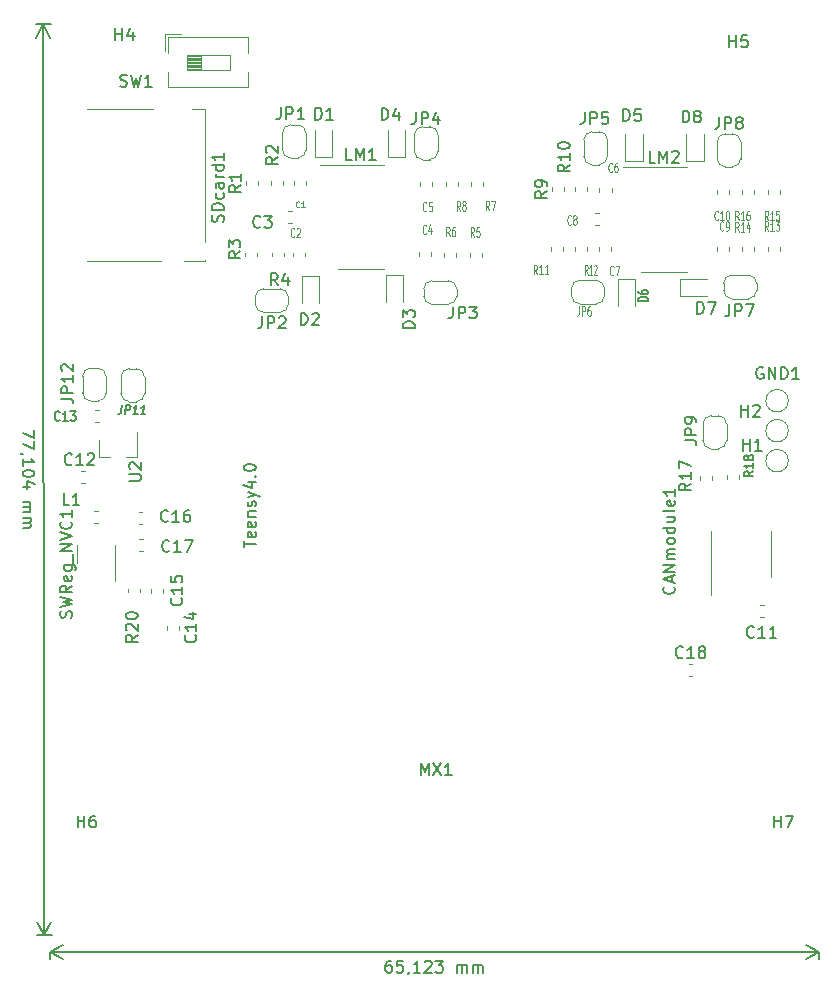
<source format=gto>
G04 #@! TF.GenerationSoftware,KiCad,Pcbnew,(5.1.4)-1*
G04 #@! TF.CreationDate,2019-12-10T17:27:58+01:00*
G04 #@! TF.ProjectId,teensy4_header_breakout,7465656e-7379-4345-9f68-65616465725f,rev?*
G04 #@! TF.SameCoordinates,Original*
G04 #@! TF.FileFunction,Legend,Top*
G04 #@! TF.FilePolarity,Positive*
%FSLAX46Y46*%
G04 Gerber Fmt 4.6, Leading zero omitted, Abs format (unit mm)*
G04 Created by KiCad (PCBNEW (5.1.4)-1) date 2019-12-10 17:27:58*
%MOMM*%
%LPD*%
G04 APERTURE LIST*
%ADD10C,0.150000*%
%ADD11C,0.120000*%
%ADD12C,0.050000*%
%ADD13C,0.100000*%
%ADD14C,0.125000*%
G04 APERTURE END LIST*
D10*
X139371519Y-150888634D02*
X139181043Y-150888471D01*
X139085764Y-150936008D01*
X139038104Y-150983586D01*
X138942744Y-151126362D01*
X138894961Y-151316797D01*
X138894634Y-151697749D01*
X138942171Y-151793028D01*
X138989750Y-151840688D01*
X139084947Y-151888389D01*
X139275423Y-151888552D01*
X139370702Y-151841015D01*
X139418362Y-151793437D01*
X139466063Y-151698240D01*
X139466267Y-151460144D01*
X139418730Y-151364866D01*
X139371151Y-151317206D01*
X139275954Y-151269505D01*
X139085478Y-151269341D01*
X138990199Y-151316879D01*
X138942539Y-151364457D01*
X138894838Y-151459654D01*
X140371519Y-150889492D02*
X139895328Y-150889084D01*
X139847301Y-151365233D01*
X139894961Y-151317655D01*
X139990240Y-151270118D01*
X140228335Y-151270322D01*
X140323532Y-151318023D01*
X140371110Y-151365683D01*
X140418647Y-151460962D01*
X140418443Y-151699057D01*
X140370742Y-151794254D01*
X140323082Y-151841832D01*
X140227804Y-151889370D01*
X139989708Y-151889165D01*
X139894511Y-151841464D01*
X139846933Y-151793805D01*
X140894511Y-151842323D02*
X140894470Y-151889942D01*
X140846769Y-151985139D01*
X140799109Y-152032717D01*
X141846851Y-151890759D02*
X141275422Y-151890268D01*
X141561136Y-151890514D02*
X141561994Y-150890514D01*
X141466634Y-151033289D01*
X141371314Y-151128446D01*
X141276035Y-151175983D01*
X142228579Y-150986324D02*
X142276239Y-150938746D01*
X142371518Y-150891209D01*
X142609613Y-150891413D01*
X142704810Y-150939114D01*
X142752388Y-150986774D01*
X142799926Y-151082052D01*
X142799844Y-151177291D01*
X142752102Y-151320107D01*
X142180184Y-151891045D01*
X142799231Y-151891576D01*
X143133422Y-150891862D02*
X143752470Y-150892394D01*
X143418810Y-151273060D01*
X143561667Y-151273182D01*
X143656864Y-151320883D01*
X143704442Y-151368543D01*
X143751980Y-151463822D01*
X143751775Y-151701917D01*
X143704074Y-151797114D01*
X143656415Y-151844692D01*
X143561136Y-151892230D01*
X143275421Y-151891985D01*
X143180224Y-151844284D01*
X143132646Y-151796624D01*
X144942088Y-151893415D02*
X144942660Y-151226748D01*
X144942578Y-151321986D02*
X144990238Y-151274408D01*
X145085517Y-151226871D01*
X145228374Y-151226993D01*
X145323571Y-151274694D01*
X145371108Y-151369973D01*
X145370659Y-151893782D01*
X145371108Y-151369973D02*
X145418809Y-151274776D01*
X145514088Y-151227239D01*
X145656945Y-151227361D01*
X145752142Y-151275062D01*
X145799680Y-151370341D01*
X145799230Y-151894150D01*
X146275420Y-151894559D02*
X146275992Y-151227892D01*
X146275911Y-151323130D02*
X146323571Y-151275552D01*
X146418850Y-151228015D01*
X146561707Y-151228138D01*
X146656904Y-151275838D01*
X146704441Y-151371117D01*
X146703992Y-151894927D01*
X146704441Y-151371117D02*
X146752142Y-151275920D01*
X146847421Y-151228383D01*
X146990278Y-151228505D01*
X147085475Y-151276206D01*
X147133012Y-151371485D01*
X147132563Y-151895294D01*
X110477300Y-150111460D02*
X175600360Y-150167340D01*
X110477300Y-150111460D02*
X110476797Y-150697881D01*
X175600360Y-150167340D02*
X175599857Y-150753761D01*
X175600360Y-150167340D02*
X174473353Y-150752794D01*
X175600360Y-150167340D02*
X174474360Y-149579953D01*
X110477300Y-150111460D02*
X111603300Y-150698847D01*
X110477300Y-150111460D02*
X111604307Y-149526006D01*
X109173532Y-105957756D02*
X109174059Y-106624422D01*
X108173721Y-106196641D01*
X109174285Y-106910136D02*
X109174812Y-107576803D01*
X108174474Y-107149022D01*
X108222771Y-108006127D02*
X108175152Y-108006165D01*
X108079876Y-107958621D01*
X108032219Y-107911040D01*
X108175904Y-108958545D02*
X108175453Y-108387117D01*
X108175679Y-108672831D02*
X109175678Y-108672041D01*
X109032746Y-108576915D01*
X108937433Y-108481753D01*
X108889738Y-108386552D01*
X109176394Y-109576802D02*
X109176469Y-109672040D01*
X109128925Y-109767316D01*
X109081344Y-109814973D01*
X108986143Y-109862667D01*
X108795705Y-109910437D01*
X108557610Y-109910625D01*
X108367096Y-109863156D01*
X108271820Y-109815613D01*
X108224164Y-109768031D01*
X108176469Y-109672831D01*
X108176394Y-109577593D01*
X108223938Y-109482317D01*
X108271519Y-109434660D01*
X108366719Y-109386966D01*
X108557158Y-109339196D01*
X108795253Y-109339008D01*
X108985767Y-109386477D01*
X109081043Y-109434020D01*
X109128699Y-109481602D01*
X109176394Y-109576802D01*
X108844002Y-110767542D02*
X108177335Y-110768069D01*
X109224766Y-110529145D02*
X108510292Y-110291615D01*
X108510781Y-110910662D01*
X108178352Y-112053782D02*
X108845018Y-112053255D01*
X108749780Y-112053331D02*
X108797437Y-112100912D01*
X108845131Y-112196112D01*
X108845244Y-112338970D01*
X108797700Y-112434245D01*
X108702500Y-112481940D01*
X108178690Y-112482354D01*
X108702500Y-112481940D02*
X108797776Y-112529483D01*
X108845470Y-112624684D01*
X108845583Y-112767541D01*
X108798039Y-112862817D01*
X108702839Y-112910511D01*
X108179029Y-112910925D01*
X108179406Y-113387115D02*
X108846072Y-113386588D01*
X108750834Y-113386664D02*
X108798491Y-113434245D01*
X108846185Y-113529445D01*
X108846298Y-113672303D01*
X108798754Y-113767578D01*
X108703554Y-113815273D01*
X108179745Y-113815687D01*
X108703554Y-113815273D02*
X108798830Y-113862816D01*
X108846524Y-113958017D01*
X108846637Y-114100874D01*
X108799093Y-114196150D01*
X108703893Y-114243844D01*
X108180083Y-114244258D01*
X109898747Y-71595516D02*
X109959707Y-148699756D01*
X110576360Y-71594980D02*
X109312327Y-71595979D01*
X110637320Y-148699220D02*
X109373287Y-148700219D01*
X109959707Y-148699756D02*
X109372396Y-147573716D01*
X109959707Y-148699756D02*
X110545237Y-147572789D01*
X109898747Y-71595516D02*
X109313217Y-72722483D01*
X109898747Y-71595516D02*
X110486058Y-72721556D01*
D11*
X115250000Y-101400000D02*
X115250000Y-102800000D01*
X114550000Y-103500000D02*
X113950000Y-103500000D01*
X113250000Y-102800000D02*
X113250000Y-101400000D01*
X113950000Y-100700000D02*
X114550000Y-100700000D01*
X114550000Y-100700000D02*
G75*
G02X115250000Y-101400000I0J-700000D01*
G01*
X113250000Y-101400000D02*
G75*
G02X113950000Y-100700000I700000J0D01*
G01*
X113950000Y-103500000D02*
G75*
G02X113250000Y-102800000I0J700000D01*
G01*
X115250000Y-102800000D02*
G75*
G02X114550000Y-103500000I-700000J0D01*
G01*
X118500000Y-101450000D02*
X118500000Y-102850000D01*
X117800000Y-103550000D02*
X117200000Y-103550000D01*
X116500000Y-102850000D02*
X116500000Y-101450000D01*
X117200000Y-100750000D02*
X117800000Y-100750000D01*
X117800000Y-100750000D02*
G75*
G02X118500000Y-101450000I0J-700000D01*
G01*
X116500000Y-101450000D02*
G75*
G02X117200000Y-100750000I700000J0D01*
G01*
X117200000Y-103550000D02*
G75*
G02X116500000Y-102850000I0J700000D01*
G01*
X118500000Y-102850000D02*
G75*
G02X117800000Y-103550000I-700000J0D01*
G01*
X162495000Y-83703000D02*
X159045000Y-83703000D01*
X162495000Y-83703000D02*
X164445000Y-83703000D01*
X162495000Y-92573000D02*
X160545000Y-92573000D01*
X162495000Y-92573000D02*
X164445000Y-92573000D01*
X114670000Y-108260000D02*
X114670000Y-106800000D01*
X117830000Y-108260000D02*
X117830000Y-106100000D01*
X117830000Y-108260000D02*
X116900000Y-108260000D01*
X114670000Y-108260000D02*
X115600000Y-108260000D01*
X116039540Y-118713380D02*
X116039540Y-115713380D01*
X112819540Y-117213380D02*
X112819540Y-115713380D01*
X123285167Y-74170540D02*
X123285167Y-75440540D01*
X122078500Y-75370540D02*
X123285167Y-75370540D01*
X122078500Y-75250540D02*
X123285167Y-75250540D01*
X122078500Y-75130540D02*
X123285167Y-75130540D01*
X122078500Y-75010540D02*
X123285167Y-75010540D01*
X122078500Y-74890540D02*
X123285167Y-74890540D01*
X122078500Y-74770540D02*
X123285167Y-74770540D01*
X122078500Y-74650540D02*
X123285167Y-74650540D01*
X122078500Y-74530540D02*
X123285167Y-74530540D01*
X122078500Y-74410540D02*
X123285167Y-74410540D01*
X122078500Y-74290540D02*
X123285167Y-74290540D01*
X125698500Y-74170540D02*
X122078500Y-74170540D01*
X125698500Y-75440540D02*
X125698500Y-74170540D01*
X122078500Y-75440540D02*
X125698500Y-75440540D01*
X122078500Y-74170540D02*
X122078500Y-75440540D01*
X120238500Y-72455540D02*
X120238500Y-73838540D01*
X120238500Y-72455540D02*
X121621500Y-72455540D01*
X127298500Y-75605540D02*
X127298500Y-76915540D01*
X127298500Y-72695540D02*
X127298500Y-74005540D01*
X120478500Y-75605540D02*
X120478500Y-76915540D01*
X120478500Y-72695540D02*
X120478500Y-74005540D01*
X120478500Y-76915540D02*
X127298500Y-76915540D01*
X120478500Y-72695540D02*
X127298500Y-72695540D01*
X123646220Y-91561400D02*
X123646220Y-91671400D01*
X122486220Y-78801400D02*
X123646220Y-78801400D01*
X123646220Y-78801400D02*
X123646220Y-90061400D01*
X123646220Y-91671400D02*
X121836220Y-91671400D01*
X119236220Y-78801400D02*
X113636220Y-78801400D01*
X119936220Y-91671400D02*
X113636220Y-91671400D01*
X118134860Y-119700359D02*
X118134860Y-119374801D01*
X117114860Y-119700359D02*
X117114860Y-119374801D01*
X168830720Y-110126627D02*
X168830720Y-109784093D01*
X167810720Y-110126627D02*
X167810720Y-109784093D01*
X165504400Y-109850133D02*
X165504400Y-110192667D01*
X166524400Y-109850133D02*
X166524400Y-110192667D01*
X170110880Y-85953719D02*
X170110880Y-85628161D01*
X169090880Y-85953719D02*
X169090880Y-85628161D01*
X172307980Y-85976779D02*
X172307980Y-85651221D01*
X171287980Y-85976779D02*
X171287980Y-85651221D01*
X169101040Y-90433841D02*
X169101040Y-90759399D01*
X170121040Y-90433841D02*
X170121040Y-90759399D01*
X172285120Y-90769759D02*
X172285120Y-90444201D01*
X171265120Y-90769759D02*
X171265120Y-90444201D01*
X154938000Y-90464321D02*
X154938000Y-90789879D01*
X155958000Y-90464321D02*
X155958000Y-90789879D01*
X153971720Y-90764679D02*
X153971720Y-90439121D01*
X152951720Y-90764679D02*
X152951720Y-90439121D01*
X155958000Y-85735279D02*
X155958000Y-85409721D01*
X154938000Y-85735279D02*
X154938000Y-85409721D01*
X154027600Y-85735279D02*
X154027600Y-85409721D01*
X153007600Y-85735279D02*
X153007600Y-85409721D01*
X144021080Y-84952521D02*
X144021080Y-85278079D01*
X145041080Y-84952521D02*
X145041080Y-85278079D01*
X147144200Y-85278279D02*
X147144200Y-84952721D01*
X146124200Y-85278279D02*
X146124200Y-84952721D01*
X143881380Y-90936761D02*
X143881380Y-91262319D01*
X144901380Y-90936761D02*
X144901380Y-91262319D01*
X147047680Y-91292799D02*
X147047680Y-90967241D01*
X146027680Y-91292799D02*
X146027680Y-90967241D01*
X129276380Y-90921521D02*
X129276380Y-91247079D01*
X130296380Y-90921521D02*
X130296380Y-91247079D01*
X128043400Y-91249619D02*
X128043400Y-90924061D01*
X127023400Y-91249619D02*
X127023400Y-90924061D01*
X130197320Y-85204619D02*
X130197320Y-84879061D01*
X129177320Y-85204619D02*
X129177320Y-84879061D01*
X128137380Y-85212239D02*
X128137380Y-84886681D01*
X127117380Y-85212239D02*
X127117380Y-84886681D01*
X136797820Y-83476940D02*
X133347820Y-83476940D01*
X136797820Y-83476940D02*
X138747820Y-83476940D01*
X136797820Y-92346940D02*
X134847820Y-92346940D01*
X136797820Y-92346940D02*
X138747820Y-92346940D01*
X114256501Y-113842260D02*
X114582059Y-113842260D01*
X114256501Y-112822260D02*
X114582059Y-112822260D01*
X165776400Y-106831600D02*
X165776400Y-105431600D01*
X166476400Y-104731600D02*
X167076400Y-104731600D01*
X167776400Y-105431600D02*
X167776400Y-106831600D01*
X167076400Y-107531600D02*
X166476400Y-107531600D01*
X166476400Y-107531600D02*
G75*
G02X165776400Y-106831600I0J700000D01*
G01*
X167776400Y-106831600D02*
G75*
G02X167076400Y-107531600I-700000J0D01*
G01*
X167076400Y-104731600D02*
G75*
G02X167776400Y-105431600I0J-700000D01*
G01*
X165776400Y-105431600D02*
G75*
G02X166476400Y-104731600I700000J0D01*
G01*
X166980360Y-82962740D02*
X166980360Y-81562740D01*
X167680360Y-80862740D02*
X168280360Y-80862740D01*
X168980360Y-81562740D02*
X168980360Y-82962740D01*
X168280360Y-83662740D02*
X167680360Y-83662740D01*
X167680360Y-83662740D02*
G75*
G02X166980360Y-82962740I0J700000D01*
G01*
X168980360Y-82962740D02*
G75*
G02X168280360Y-83662740I-700000J0D01*
G01*
X168280360Y-80862740D02*
G75*
G02X168980360Y-81562740I0J-700000D01*
G01*
X166980360Y-81562740D02*
G75*
G02X167680360Y-80862740I700000J0D01*
G01*
X168228020Y-92822520D02*
X169628020Y-92822520D01*
X170328020Y-93522520D02*
X170328020Y-94122520D01*
X169628020Y-94822520D02*
X168228020Y-94822520D01*
X167528020Y-94122520D02*
X167528020Y-93522520D01*
X167528020Y-93522520D02*
G75*
G02X168228020Y-92822520I700000J0D01*
G01*
X168228020Y-94822520D02*
G75*
G02X167528020Y-94122520I0J700000D01*
G01*
X170328020Y-94122520D02*
G75*
G02X169628020Y-94822520I-700000J0D01*
G01*
X169628020Y-92822520D02*
G75*
G02X170328020Y-93522520I0J-700000D01*
G01*
X156742120Y-95269560D02*
X155342120Y-95269560D01*
X154642120Y-94569560D02*
X154642120Y-93969560D01*
X155342120Y-93269560D02*
X156742120Y-93269560D01*
X157442120Y-93969560D02*
X157442120Y-94569560D01*
X157442120Y-94569560D02*
G75*
G02X156742120Y-95269560I-700000J0D01*
G01*
X156742120Y-93269560D02*
G75*
G02X157442120Y-93969560I0J-700000D01*
G01*
X154642120Y-93969560D02*
G75*
G02X155342120Y-93269560I700000J0D01*
G01*
X155342120Y-95269560D02*
G75*
G02X154642120Y-94569560I0J700000D01*
G01*
X155692600Y-82782400D02*
X155692600Y-81382400D01*
X156392600Y-80682400D02*
X156992600Y-80682400D01*
X157692600Y-81382400D02*
X157692600Y-82782400D01*
X156992600Y-83482400D02*
X156392600Y-83482400D01*
X156392600Y-83482400D02*
G75*
G02X155692600Y-82782400I0J700000D01*
G01*
X157692600Y-82782400D02*
G75*
G02X156992600Y-83482400I-700000J0D01*
G01*
X156992600Y-80682400D02*
G75*
G02X157692600Y-81382400I0J-700000D01*
G01*
X155692600Y-81382400D02*
G75*
G02X156392600Y-80682400I700000J0D01*
G01*
X141351760Y-82358220D02*
X141351760Y-80958220D01*
X142051760Y-80258220D02*
X142651760Y-80258220D01*
X143351760Y-80958220D02*
X143351760Y-82358220D01*
X142651760Y-83058220D02*
X142051760Y-83058220D01*
X142051760Y-83058220D02*
G75*
G02X141351760Y-82358220I0J700000D01*
G01*
X143351760Y-82358220D02*
G75*
G02X142651760Y-83058220I-700000J0D01*
G01*
X142651760Y-80258220D02*
G75*
G02X143351760Y-80958220I0J-700000D01*
G01*
X141351760Y-80958220D02*
G75*
G02X142051760Y-80258220I700000J0D01*
G01*
X142835640Y-93300040D02*
X144235640Y-93300040D01*
X144935640Y-94000040D02*
X144935640Y-94600040D01*
X144235640Y-95300040D02*
X142835640Y-95300040D01*
X142135640Y-94600040D02*
X142135640Y-94000040D01*
X142135640Y-94000040D02*
G75*
G02X142835640Y-93300040I700000J0D01*
G01*
X142835640Y-95300040D02*
G75*
G02X142135640Y-94600040I0J700000D01*
G01*
X144935640Y-94600040D02*
G75*
G02X144235640Y-95300040I-700000J0D01*
G01*
X144235640Y-93300040D02*
G75*
G02X144935640Y-94000040I0J-700000D01*
G01*
X129971000Y-95985840D02*
X128571000Y-95985840D01*
X127871000Y-95285840D02*
X127871000Y-94685840D01*
X128571000Y-93985840D02*
X129971000Y-93985840D01*
X130671000Y-94685840D02*
X130671000Y-95285840D01*
X130671000Y-95285840D02*
G75*
G02X129971000Y-95985840I-700000J0D01*
G01*
X129971000Y-93985840D02*
G75*
G02X130671000Y-94685840I0J-700000D01*
G01*
X127871000Y-94685840D02*
G75*
G02X128571000Y-93985840I700000J0D01*
G01*
X128571000Y-95985840D02*
G75*
G02X127871000Y-95285840I0J700000D01*
G01*
X130173220Y-82210900D02*
X130173220Y-80810900D01*
X130873220Y-80110900D02*
X131473220Y-80110900D01*
X132173220Y-80810900D02*
X132173220Y-82210900D01*
X131473220Y-82910900D02*
X130873220Y-82910900D01*
X130873220Y-82910900D02*
G75*
G02X130173220Y-82210900I0J700000D01*
G01*
X132173220Y-82210900D02*
G75*
G02X131473220Y-82910900I-700000J0D01*
G01*
X131473220Y-80110900D02*
G75*
G02X132173220Y-80810900I0J-700000D01*
G01*
X130173220Y-80810900D02*
G75*
G02X130873220Y-80110900I700000J0D01*
G01*
X173004520Y-106004360D02*
G75*
G03X173004520Y-106004360I-950000J0D01*
G01*
X173004520Y-108544360D02*
G75*
G03X173004520Y-108544360I-950000J0D01*
G01*
X173004520Y-103464360D02*
G75*
G03X173004520Y-103464360I-950000J0D01*
G01*
X165837540Y-83196900D02*
X165837540Y-80911900D01*
X164367540Y-83196900D02*
X165837540Y-83196900D01*
X164367540Y-80911900D02*
X164367540Y-83196900D01*
X163876520Y-94631180D02*
X166161520Y-94631180D01*
X163876520Y-93161180D02*
X163876520Y-94631180D01*
X166161520Y-93161180D02*
X163876520Y-93161180D01*
X158589040Y-93155300D02*
X158589040Y-95440300D01*
X160059040Y-93155300D02*
X158589040Y-93155300D01*
X160059040Y-95440300D02*
X160059040Y-93155300D01*
X160678800Y-83196900D02*
X160678800Y-80911900D01*
X159208800Y-83196900D02*
X160678800Y-83196900D01*
X159208800Y-80911900D02*
X159208800Y-83196900D01*
X140556920Y-82838760D02*
X140556920Y-80553760D01*
X139086920Y-82838760D02*
X140556920Y-82838760D01*
X139086920Y-80553760D02*
X139086920Y-82838760D01*
X138911660Y-92860660D02*
X138911660Y-95145660D01*
X140381660Y-92860660D02*
X138911660Y-92860660D01*
X140381660Y-95145660D02*
X140381660Y-92860660D01*
X131822520Y-92909120D02*
X131822520Y-95194120D01*
X133292520Y-92909120D02*
X131822520Y-92909120D01*
X133292520Y-95194120D02*
X133292520Y-92909120D01*
X134387260Y-82823520D02*
X134387260Y-80538520D01*
X132917260Y-82823520D02*
X134387260Y-82823520D01*
X132917260Y-80538520D02*
X132917260Y-82823520D01*
X166446520Y-116446300D02*
X166446520Y-119896300D01*
X166446520Y-116446300D02*
X166446520Y-114496300D01*
X171566520Y-116446300D02*
X171566520Y-118396300D01*
X171566520Y-116446300D02*
X171566520Y-114496300D01*
X164561401Y-126745460D02*
X164886959Y-126745460D01*
X164561401Y-125725460D02*
X164886959Y-125725460D01*
X118008081Y-116184140D02*
X118333639Y-116184140D01*
X118008081Y-115164140D02*
X118333639Y-115164140D01*
X117990501Y-113918460D02*
X118316059Y-113918460D01*
X117990501Y-112898460D02*
X118316059Y-112898460D01*
X120090660Y-119735919D02*
X120090660Y-119410361D01*
X119070660Y-119735919D02*
X119070660Y-119410361D01*
X120399080Y-122519121D02*
X120399080Y-122844679D01*
X121419080Y-122519121D02*
X121419080Y-122844679D01*
X114299721Y-105260000D02*
X114625279Y-105260000D01*
X114299721Y-104240000D02*
X114625279Y-104240000D01*
X113105881Y-110415800D02*
X113431439Y-110415800D01*
X113105881Y-109395800D02*
X113431439Y-109395800D01*
X170601321Y-121815320D02*
X170926879Y-121815320D01*
X170601321Y-120795320D02*
X170926879Y-120795320D01*
X167967120Y-85948839D02*
X167967120Y-85623281D01*
X166947120Y-85948839D02*
X166947120Y-85623281D01*
X166947120Y-90428761D02*
X166947120Y-90754319D01*
X167967120Y-90428761D02*
X167967120Y-90754319D01*
X156626341Y-88607360D02*
X156951899Y-88607360D01*
X156626341Y-87587360D02*
X156951899Y-87587360D01*
X156995400Y-90464321D02*
X156995400Y-90789879D01*
X158015400Y-90464321D02*
X158015400Y-90789879D01*
X158040800Y-85760779D02*
X158040800Y-85435221D01*
X157020800Y-85760779D02*
X157020800Y-85435221D01*
X142856680Y-85270459D02*
X142856680Y-84944901D01*
X141836680Y-85270459D02*
X141836680Y-84944901D01*
X141742700Y-90908821D02*
X141742700Y-91234379D01*
X142762700Y-90908821D02*
X142762700Y-91234379D01*
X130680141Y-88406700D02*
X131005699Y-88406700D01*
X130680141Y-87386700D02*
X131005699Y-87386700D01*
X131087400Y-90921521D02*
X131087400Y-91247079D01*
X132107400Y-90921521D02*
X132107400Y-91247079D01*
X132155660Y-85186839D02*
X132155660Y-84861281D01*
X131135660Y-85186839D02*
X131135660Y-84861281D01*
D10*
X111452380Y-103309523D02*
X112166666Y-103309523D01*
X112309523Y-103357142D01*
X112404761Y-103452380D01*
X112452380Y-103595238D01*
X112452380Y-103690476D01*
X112452380Y-102833333D02*
X111452380Y-102833333D01*
X111452380Y-102452380D01*
X111500000Y-102357142D01*
X111547619Y-102309523D01*
X111642857Y-102261904D01*
X111785714Y-102261904D01*
X111880952Y-102309523D01*
X111928571Y-102357142D01*
X111976190Y-102452380D01*
X111976190Y-102833333D01*
X112452380Y-101309523D02*
X112452380Y-101880952D01*
X112452380Y-101595238D02*
X111452380Y-101595238D01*
X111595238Y-101690476D01*
X111690476Y-101785714D01*
X111738095Y-101880952D01*
X111547619Y-100928571D02*
X111500000Y-100880952D01*
X111452380Y-100785714D01*
X111452380Y-100547619D01*
X111500000Y-100452380D01*
X111547619Y-100404761D01*
X111642857Y-100357142D01*
X111738095Y-100357142D01*
X111880952Y-100404761D01*
X112452380Y-100976190D01*
X112452380Y-100357142D01*
X116597187Y-103866666D02*
X116534687Y-104366666D01*
X116488854Y-104466666D01*
X116413854Y-104533333D01*
X116309687Y-104566666D01*
X116243020Y-104566666D01*
X116843020Y-104566666D02*
X116930520Y-103866666D01*
X117197187Y-103866666D01*
X117259687Y-103900000D01*
X117288854Y-103933333D01*
X117313854Y-104000000D01*
X117301354Y-104100000D01*
X117259687Y-104166666D01*
X117222187Y-104200000D01*
X117151354Y-104233333D01*
X116884687Y-104233333D01*
X117909687Y-104566666D02*
X117509687Y-104566666D01*
X117709687Y-104566666D02*
X117797187Y-103866666D01*
X117718020Y-103966666D01*
X117643020Y-104033333D01*
X117572187Y-104066666D01*
X118576354Y-104566666D02*
X118176354Y-104566666D01*
X118376354Y-104566666D02*
X118463854Y-103866666D01*
X118384687Y-103966666D01*
X118309687Y-104033333D01*
X118238854Y-104066666D01*
X141885945Y-135173980D02*
X141885945Y-134173980D01*
X142219279Y-134888266D01*
X142552612Y-134173980D01*
X142552612Y-135173980D01*
X142933564Y-134173980D02*
X143600231Y-135173980D01*
X143600231Y-134173980D02*
X142933564Y-135173980D01*
X144504993Y-135173980D02*
X143933564Y-135173980D01*
X144219279Y-135173980D02*
X144219279Y-134173980D01*
X144124040Y-134316838D01*
X144028802Y-134412076D01*
X143933564Y-134459695D01*
X161756904Y-83310380D02*
X161280714Y-83310380D01*
X161280714Y-82310380D01*
X162090238Y-83310380D02*
X162090238Y-82310380D01*
X162423571Y-83024666D01*
X162756904Y-82310380D01*
X162756904Y-83310380D01*
X163185476Y-82405619D02*
X163233095Y-82358000D01*
X163328333Y-82310380D01*
X163566428Y-82310380D01*
X163661666Y-82358000D01*
X163709285Y-82405619D01*
X163756904Y-82500857D01*
X163756904Y-82596095D01*
X163709285Y-82738952D01*
X163137857Y-83310380D01*
X163756904Y-83310380D01*
X117202380Y-110261904D02*
X118011904Y-110261904D01*
X118107142Y-110214285D01*
X118154761Y-110166666D01*
X118202380Y-110071428D01*
X118202380Y-109880952D01*
X118154761Y-109785714D01*
X118107142Y-109738095D01*
X118011904Y-109690476D01*
X117202380Y-109690476D01*
X117297619Y-109261904D02*
X117250000Y-109214285D01*
X117202380Y-109119047D01*
X117202380Y-108880952D01*
X117250000Y-108785714D01*
X117297619Y-108738095D01*
X117392857Y-108690476D01*
X117488095Y-108690476D01*
X117630952Y-108738095D01*
X118202380Y-109309523D01*
X118202380Y-108690476D01*
X126909580Y-115895308D02*
X126909580Y-115323880D01*
X127909580Y-115609594D02*
X126909580Y-115609594D01*
X127861961Y-114609594D02*
X127909580Y-114704832D01*
X127909580Y-114895308D01*
X127861961Y-114990546D01*
X127766723Y-115038165D01*
X127385771Y-115038165D01*
X127290533Y-114990546D01*
X127242914Y-114895308D01*
X127242914Y-114704832D01*
X127290533Y-114609594D01*
X127385771Y-114561975D01*
X127481009Y-114561975D01*
X127576247Y-115038165D01*
X127861961Y-113752451D02*
X127909580Y-113847689D01*
X127909580Y-114038165D01*
X127861961Y-114133403D01*
X127766723Y-114181022D01*
X127385771Y-114181022D01*
X127290533Y-114133403D01*
X127242914Y-114038165D01*
X127242914Y-113847689D01*
X127290533Y-113752451D01*
X127385771Y-113704832D01*
X127481009Y-113704832D01*
X127576247Y-114181022D01*
X127242914Y-113276260D02*
X127909580Y-113276260D01*
X127338152Y-113276260D02*
X127290533Y-113228641D01*
X127242914Y-113133403D01*
X127242914Y-112990546D01*
X127290533Y-112895308D01*
X127385771Y-112847689D01*
X127909580Y-112847689D01*
X127861961Y-112419118D02*
X127909580Y-112323880D01*
X127909580Y-112133403D01*
X127861961Y-112038165D01*
X127766723Y-111990546D01*
X127719104Y-111990546D01*
X127623866Y-112038165D01*
X127576247Y-112133403D01*
X127576247Y-112276260D01*
X127528628Y-112371499D01*
X127433390Y-112419118D01*
X127385771Y-112419118D01*
X127290533Y-112371499D01*
X127242914Y-112276260D01*
X127242914Y-112133403D01*
X127290533Y-112038165D01*
X127242914Y-111657213D02*
X127909580Y-111419118D01*
X127242914Y-111181022D02*
X127909580Y-111419118D01*
X128147676Y-111514356D01*
X128195295Y-111561975D01*
X128242914Y-111657213D01*
X127242914Y-110371499D02*
X127909580Y-110371499D01*
X126861961Y-110609594D02*
X127576247Y-110847689D01*
X127576247Y-110228641D01*
X127814342Y-109847689D02*
X127861961Y-109800070D01*
X127909580Y-109847689D01*
X127861961Y-109895308D01*
X127814342Y-109847689D01*
X127909580Y-109847689D01*
X126909580Y-109181022D02*
X126909580Y-109085784D01*
X126957200Y-108990546D01*
X127004819Y-108942927D01*
X127100057Y-108895308D01*
X127290533Y-108847689D01*
X127528628Y-108847689D01*
X127719104Y-108895308D01*
X127814342Y-108942927D01*
X127861961Y-108990546D01*
X127909580Y-109085784D01*
X127909580Y-109181022D01*
X127861961Y-109276260D01*
X127814342Y-109323880D01*
X127719104Y-109371499D01*
X127528628Y-109419118D01*
X127290533Y-109419118D01*
X127100057Y-109371499D01*
X127004819Y-109323880D01*
X126957200Y-109276260D01*
X126909580Y-109181022D01*
X112301921Y-121839739D02*
X112349540Y-121696881D01*
X112349540Y-121458786D01*
X112301921Y-121363548D01*
X112254302Y-121315929D01*
X112159064Y-121268310D01*
X112063826Y-121268310D01*
X111968588Y-121315929D01*
X111920969Y-121363548D01*
X111873350Y-121458786D01*
X111825731Y-121649262D01*
X111778112Y-121744500D01*
X111730493Y-121792120D01*
X111635255Y-121839739D01*
X111540017Y-121839739D01*
X111444779Y-121792120D01*
X111397160Y-121744500D01*
X111349540Y-121649262D01*
X111349540Y-121411167D01*
X111397160Y-121268310D01*
X111349540Y-120934977D02*
X112349540Y-120696881D01*
X111635255Y-120506405D01*
X112349540Y-120315929D01*
X111349540Y-120077834D01*
X112349540Y-119125453D02*
X111873350Y-119458786D01*
X112349540Y-119696881D02*
X111349540Y-119696881D01*
X111349540Y-119315929D01*
X111397160Y-119220691D01*
X111444779Y-119173072D01*
X111540017Y-119125453D01*
X111682874Y-119125453D01*
X111778112Y-119173072D01*
X111825731Y-119220691D01*
X111873350Y-119315929D01*
X111873350Y-119696881D01*
X112301921Y-118315929D02*
X112349540Y-118411167D01*
X112349540Y-118601643D01*
X112301921Y-118696881D01*
X112206683Y-118744500D01*
X111825731Y-118744500D01*
X111730493Y-118696881D01*
X111682874Y-118601643D01*
X111682874Y-118411167D01*
X111730493Y-118315929D01*
X111825731Y-118268310D01*
X111920969Y-118268310D01*
X112016207Y-118744500D01*
X111682874Y-117411167D02*
X112492398Y-117411167D01*
X112587636Y-117458786D01*
X112635255Y-117506405D01*
X112682874Y-117601643D01*
X112682874Y-117744500D01*
X112635255Y-117839739D01*
X112301921Y-117411167D02*
X112349540Y-117506405D01*
X112349540Y-117696881D01*
X112301921Y-117792120D01*
X112254302Y-117839739D01*
X112159064Y-117887358D01*
X111873350Y-117887358D01*
X111778112Y-117839739D01*
X111730493Y-117792120D01*
X111682874Y-117696881D01*
X111682874Y-117506405D01*
X111730493Y-117411167D01*
X112444779Y-117173072D02*
X112444779Y-116411167D01*
X112349540Y-116173072D02*
X111349540Y-116173072D01*
X112349540Y-115601643D01*
X111349540Y-115601643D01*
X111349540Y-115268310D02*
X112349540Y-114934977D01*
X111349540Y-114601643D01*
X112254302Y-113696881D02*
X112301921Y-113744500D01*
X112349540Y-113887358D01*
X112349540Y-113982596D01*
X112301921Y-114125453D01*
X112206683Y-114220691D01*
X112111445Y-114268310D01*
X111920969Y-114315929D01*
X111778112Y-114315929D01*
X111587636Y-114268310D01*
X111492398Y-114220691D01*
X111397160Y-114125453D01*
X111349540Y-113982596D01*
X111349540Y-113887358D01*
X111397160Y-113744500D01*
X111444779Y-113696881D01*
X112349540Y-112744500D02*
X112349540Y-113315929D01*
X112349540Y-113030215D02*
X111349540Y-113030215D01*
X111492398Y-113125453D01*
X111587636Y-113220691D01*
X111635255Y-113315929D01*
X116436306Y-76823201D02*
X116579163Y-76870820D01*
X116817259Y-76870820D01*
X116912497Y-76823201D01*
X116960116Y-76775582D01*
X117007735Y-76680344D01*
X117007735Y-76585106D01*
X116960116Y-76489868D01*
X116912497Y-76442249D01*
X116817259Y-76394630D01*
X116626782Y-76347011D01*
X116531544Y-76299392D01*
X116483925Y-76251773D01*
X116436306Y-76156535D01*
X116436306Y-76061297D01*
X116483925Y-75966059D01*
X116531544Y-75918440D01*
X116626782Y-75870820D01*
X116864878Y-75870820D01*
X117007735Y-75918440D01*
X117341068Y-75870820D02*
X117579163Y-76870820D01*
X117769640Y-76156535D01*
X117960116Y-76870820D01*
X118198211Y-75870820D01*
X119102973Y-76870820D02*
X118531544Y-76870820D01*
X118817259Y-76870820D02*
X118817259Y-75870820D01*
X118722020Y-76013678D01*
X118626782Y-76108916D01*
X118531544Y-76156535D01*
X125139081Y-88324961D02*
X125186700Y-88182104D01*
X125186700Y-87944009D01*
X125139081Y-87848771D01*
X125091462Y-87801152D01*
X124996224Y-87753533D01*
X124900986Y-87753533D01*
X124805748Y-87801152D01*
X124758129Y-87848771D01*
X124710510Y-87944009D01*
X124662891Y-88134485D01*
X124615272Y-88229723D01*
X124567653Y-88277342D01*
X124472415Y-88324961D01*
X124377177Y-88324961D01*
X124281939Y-88277342D01*
X124234320Y-88229723D01*
X124186700Y-88134485D01*
X124186700Y-87896390D01*
X124234320Y-87753533D01*
X125186700Y-87324961D02*
X124186700Y-87324961D01*
X124186700Y-87086866D01*
X124234320Y-86944009D01*
X124329558Y-86848771D01*
X124424796Y-86801152D01*
X124615272Y-86753533D01*
X124758129Y-86753533D01*
X124948605Y-86801152D01*
X125043843Y-86848771D01*
X125139081Y-86944009D01*
X125186700Y-87086866D01*
X125186700Y-87324961D01*
X125139081Y-85896390D02*
X125186700Y-85991628D01*
X125186700Y-86182104D01*
X125139081Y-86277342D01*
X125091462Y-86324961D01*
X124996224Y-86372580D01*
X124710510Y-86372580D01*
X124615272Y-86324961D01*
X124567653Y-86277342D01*
X124520034Y-86182104D01*
X124520034Y-85991628D01*
X124567653Y-85896390D01*
X125186700Y-85039247D02*
X124662891Y-85039247D01*
X124567653Y-85086866D01*
X124520034Y-85182104D01*
X124520034Y-85372580D01*
X124567653Y-85467819D01*
X125139081Y-85039247D02*
X125186700Y-85134485D01*
X125186700Y-85372580D01*
X125139081Y-85467819D01*
X125043843Y-85515438D01*
X124948605Y-85515438D01*
X124853367Y-85467819D01*
X124805748Y-85372580D01*
X124805748Y-85134485D01*
X124758129Y-85039247D01*
X125186700Y-84563057D02*
X124520034Y-84563057D01*
X124710510Y-84563057D02*
X124615272Y-84515438D01*
X124567653Y-84467819D01*
X124520034Y-84372580D01*
X124520034Y-84277342D01*
X125186700Y-83515438D02*
X124186700Y-83515438D01*
X125139081Y-83515438D02*
X125186700Y-83610676D01*
X125186700Y-83801152D01*
X125139081Y-83896390D01*
X125091462Y-83944009D01*
X124996224Y-83991628D01*
X124710510Y-83991628D01*
X124615272Y-83944009D01*
X124567653Y-83896390D01*
X124520034Y-83801152D01*
X124520034Y-83610676D01*
X124567653Y-83515438D01*
X125186700Y-82515438D02*
X125186700Y-83086866D01*
X125186700Y-82801152D02*
X124186700Y-82801152D01*
X124329558Y-82896390D01*
X124424796Y-82991628D01*
X124472415Y-83086866D01*
X117907060Y-123289297D02*
X117430870Y-123622630D01*
X117907060Y-123860725D02*
X116907060Y-123860725D01*
X116907060Y-123479773D01*
X116954680Y-123384535D01*
X117002299Y-123336916D01*
X117097537Y-123289297D01*
X117240394Y-123289297D01*
X117335632Y-123336916D01*
X117383251Y-123384535D01*
X117430870Y-123479773D01*
X117430870Y-123860725D01*
X117002299Y-122908344D02*
X116954680Y-122860725D01*
X116907060Y-122765487D01*
X116907060Y-122527392D01*
X116954680Y-122432154D01*
X117002299Y-122384535D01*
X117097537Y-122336916D01*
X117192775Y-122336916D01*
X117335632Y-122384535D01*
X117907060Y-122955963D01*
X117907060Y-122336916D01*
X116907060Y-121717868D02*
X116907060Y-121622630D01*
X116954680Y-121527392D01*
X117002299Y-121479773D01*
X117097537Y-121432154D01*
X117288013Y-121384535D01*
X117526108Y-121384535D01*
X117716584Y-121432154D01*
X117811822Y-121479773D01*
X117859441Y-121527392D01*
X117907060Y-121622630D01*
X117907060Y-121717868D01*
X117859441Y-121813106D01*
X117811822Y-121860725D01*
X117716584Y-121908344D01*
X117526108Y-121955963D01*
X117288013Y-121955963D01*
X117097537Y-121908344D01*
X117002299Y-121860725D01*
X116954680Y-121813106D01*
X116907060Y-121717868D01*
X170054224Y-109436320D02*
X169673272Y-109669653D01*
X170054224Y-109836320D02*
X169254224Y-109836320D01*
X169254224Y-109569653D01*
X169292320Y-109502986D01*
X169330415Y-109469653D01*
X169406605Y-109436320D01*
X169520891Y-109436320D01*
X169597081Y-109469653D01*
X169635177Y-109502986D01*
X169673272Y-109569653D01*
X169673272Y-109836320D01*
X170054224Y-108769653D02*
X170054224Y-109169653D01*
X170054224Y-108969653D02*
X169254224Y-108969653D01*
X169368510Y-109036320D01*
X169444700Y-109102986D01*
X169482796Y-109169653D01*
X169597081Y-108369653D02*
X169558986Y-108436320D01*
X169520891Y-108469653D01*
X169444700Y-108502986D01*
X169406605Y-108502986D01*
X169330415Y-108469653D01*
X169292320Y-108436320D01*
X169254224Y-108369653D01*
X169254224Y-108236320D01*
X169292320Y-108169653D01*
X169330415Y-108136320D01*
X169406605Y-108102986D01*
X169444700Y-108102986D01*
X169520891Y-108136320D01*
X169558986Y-108169653D01*
X169597081Y-108236320D01*
X169597081Y-108369653D01*
X169635177Y-108436320D01*
X169673272Y-108469653D01*
X169749462Y-108502986D01*
X169901843Y-108502986D01*
X169978034Y-108469653D01*
X170016129Y-108436320D01*
X170054224Y-108369653D01*
X170054224Y-108236320D01*
X170016129Y-108169653D01*
X169978034Y-108136320D01*
X169901843Y-108102986D01*
X169749462Y-108102986D01*
X169673272Y-108136320D01*
X169635177Y-108169653D01*
X169597081Y-108236320D01*
X164764980Y-110482617D02*
X164288790Y-110815950D01*
X164764980Y-111054045D02*
X163764980Y-111054045D01*
X163764980Y-110673093D01*
X163812600Y-110577855D01*
X163860219Y-110530236D01*
X163955457Y-110482617D01*
X164098314Y-110482617D01*
X164193552Y-110530236D01*
X164241171Y-110577855D01*
X164288790Y-110673093D01*
X164288790Y-111054045D01*
X164764980Y-109530236D02*
X164764980Y-110101664D01*
X164764980Y-109815950D02*
X163764980Y-109815950D01*
X163907838Y-109911188D01*
X164003076Y-110006426D01*
X164050695Y-110101664D01*
X163764980Y-109196902D02*
X163764980Y-108530236D01*
X164764980Y-108958807D01*
D12*
X168799391Y-88197644D02*
X168632724Y-87816692D01*
X168513677Y-88197644D02*
X168513677Y-87397644D01*
X168704153Y-87397644D01*
X168751772Y-87435740D01*
X168775581Y-87473835D01*
X168799391Y-87550025D01*
X168799391Y-87664311D01*
X168775581Y-87740501D01*
X168751772Y-87778597D01*
X168704153Y-87816692D01*
X168513677Y-87816692D01*
X169275581Y-88197644D02*
X168989867Y-88197644D01*
X169132724Y-88197644D02*
X169132724Y-87397644D01*
X169085105Y-87511930D01*
X169037486Y-87588120D01*
X168989867Y-87626216D01*
X169704153Y-87397644D02*
X169608915Y-87397644D01*
X169561296Y-87435740D01*
X169537486Y-87473835D01*
X169489867Y-87588120D01*
X169466058Y-87740501D01*
X169466058Y-88045263D01*
X169489867Y-88121454D01*
X169513677Y-88159549D01*
X169561296Y-88197644D01*
X169656534Y-88197644D01*
X169704153Y-88159549D01*
X169727962Y-88121454D01*
X169751772Y-88045263D01*
X169751772Y-87854787D01*
X169727962Y-87778597D01*
X169704153Y-87740501D01*
X169656534Y-87702406D01*
X169561296Y-87702406D01*
X169513677Y-87740501D01*
X169489867Y-87778597D01*
X169466058Y-87854787D01*
X171301291Y-88195104D02*
X171134624Y-87814152D01*
X171015577Y-88195104D02*
X171015577Y-87395104D01*
X171206053Y-87395104D01*
X171253672Y-87433200D01*
X171277481Y-87471295D01*
X171301291Y-87547485D01*
X171301291Y-87661771D01*
X171277481Y-87737961D01*
X171253672Y-87776057D01*
X171206053Y-87814152D01*
X171015577Y-87814152D01*
X171777481Y-88195104D02*
X171491767Y-88195104D01*
X171634624Y-88195104D02*
X171634624Y-87395104D01*
X171587005Y-87509390D01*
X171539386Y-87585580D01*
X171491767Y-87623676D01*
X172229862Y-87395104D02*
X171991767Y-87395104D01*
X171967958Y-87776057D01*
X171991767Y-87737961D01*
X172039386Y-87699866D01*
X172158434Y-87699866D01*
X172206053Y-87737961D01*
X172229862Y-87776057D01*
X172253672Y-87852247D01*
X172253672Y-88042723D01*
X172229862Y-88118914D01*
X172206053Y-88157009D01*
X172158434Y-88195104D01*
X172039386Y-88195104D01*
X171991767Y-88157009D01*
X171967958Y-88118914D01*
X168809551Y-89150144D02*
X168642884Y-88769192D01*
X168523837Y-89150144D02*
X168523837Y-88350144D01*
X168714313Y-88350144D01*
X168761932Y-88388240D01*
X168785741Y-88426335D01*
X168809551Y-88502525D01*
X168809551Y-88616811D01*
X168785741Y-88693001D01*
X168761932Y-88731097D01*
X168714313Y-88769192D01*
X168523837Y-88769192D01*
X169285741Y-89150144D02*
X169000027Y-89150144D01*
X169142884Y-89150144D02*
X169142884Y-88350144D01*
X169095265Y-88464430D01*
X169047646Y-88540620D01*
X169000027Y-88578716D01*
X169714313Y-88616811D02*
X169714313Y-89150144D01*
X169595265Y-88312049D02*
X169476218Y-88883478D01*
X169785741Y-88883478D01*
X171301291Y-89079024D02*
X171134624Y-88698072D01*
X171015577Y-89079024D02*
X171015577Y-88279024D01*
X171206053Y-88279024D01*
X171253672Y-88317120D01*
X171277481Y-88355215D01*
X171301291Y-88431405D01*
X171301291Y-88545691D01*
X171277481Y-88621881D01*
X171253672Y-88659977D01*
X171206053Y-88698072D01*
X171015577Y-88698072D01*
X171777481Y-89079024D02*
X171491767Y-89079024D01*
X171634624Y-89079024D02*
X171634624Y-88279024D01*
X171587005Y-88393310D01*
X171539386Y-88469500D01*
X171491767Y-88507596D01*
X171944148Y-88279024D02*
X172253672Y-88279024D01*
X172087005Y-88583786D01*
X172158434Y-88583786D01*
X172206053Y-88621881D01*
X172229862Y-88659977D01*
X172253672Y-88736167D01*
X172253672Y-88926643D01*
X172229862Y-89002834D01*
X172206053Y-89040929D01*
X172158434Y-89079024D01*
X172015577Y-89079024D01*
X171967958Y-89040929D01*
X171944148Y-89002834D01*
D13*
X156008737Y-92797584D02*
X155875403Y-92416632D01*
X155780165Y-92797584D02*
X155780165Y-91997584D01*
X155932546Y-91997584D01*
X155970641Y-92035680D01*
X155989689Y-92073775D01*
X156008737Y-92149965D01*
X156008737Y-92264251D01*
X155989689Y-92340441D01*
X155970641Y-92378537D01*
X155932546Y-92416632D01*
X155780165Y-92416632D01*
X156389689Y-92797584D02*
X156161118Y-92797584D01*
X156275403Y-92797584D02*
X156275403Y-91997584D01*
X156237308Y-92111870D01*
X156199213Y-92188060D01*
X156161118Y-92226156D01*
X156542070Y-92073775D02*
X156561118Y-92035680D01*
X156599213Y-91997584D01*
X156694451Y-91997584D01*
X156732546Y-92035680D01*
X156751594Y-92073775D01*
X156770641Y-92149965D01*
X156770641Y-92226156D01*
X156751594Y-92340441D01*
X156523022Y-92797584D01*
X156770641Y-92797584D01*
D12*
X151725511Y-92751864D02*
X151558844Y-92370912D01*
X151439797Y-92751864D02*
X151439797Y-91951864D01*
X151630273Y-91951864D01*
X151677892Y-91989960D01*
X151701701Y-92028055D01*
X151725511Y-92104245D01*
X151725511Y-92218531D01*
X151701701Y-92294721D01*
X151677892Y-92332817D01*
X151630273Y-92370912D01*
X151439797Y-92370912D01*
X152201701Y-92751864D02*
X151915987Y-92751864D01*
X152058844Y-92751864D02*
X152058844Y-91951864D01*
X152011225Y-92066150D01*
X151963606Y-92142340D01*
X151915987Y-92180436D01*
X152677892Y-92751864D02*
X152392178Y-92751864D01*
X152535035Y-92751864D02*
X152535035Y-91951864D01*
X152487416Y-92066150D01*
X152439797Y-92142340D01*
X152392178Y-92180436D01*
D10*
X154493220Y-83484957D02*
X154017030Y-83818290D01*
X154493220Y-84056385D02*
X153493220Y-84056385D01*
X153493220Y-83675433D01*
X153540840Y-83580195D01*
X153588459Y-83532576D01*
X153683697Y-83484957D01*
X153826554Y-83484957D01*
X153921792Y-83532576D01*
X153969411Y-83580195D01*
X154017030Y-83675433D01*
X154017030Y-84056385D01*
X154493220Y-82532576D02*
X154493220Y-83104004D01*
X154493220Y-82818290D02*
X153493220Y-82818290D01*
X153636078Y-82913528D01*
X153731316Y-83008766D01*
X153778935Y-83104004D01*
X153493220Y-81913528D02*
X153493220Y-81818290D01*
X153540840Y-81723052D01*
X153588459Y-81675433D01*
X153683697Y-81627814D01*
X153874173Y-81580195D01*
X154112268Y-81580195D01*
X154302744Y-81627814D01*
X154397982Y-81675433D01*
X154445601Y-81723052D01*
X154493220Y-81818290D01*
X154493220Y-81913528D01*
X154445601Y-82008766D01*
X154397982Y-82056385D01*
X154302744Y-82104004D01*
X154112268Y-82151623D01*
X153874173Y-82151623D01*
X153683697Y-82104004D01*
X153588459Y-82056385D01*
X153540840Y-82008766D01*
X153493220Y-81913528D01*
X152539980Y-85739166D02*
X152063790Y-86072500D01*
X152539980Y-86310595D02*
X151539980Y-86310595D01*
X151539980Y-85929642D01*
X151587600Y-85834404D01*
X151635219Y-85786785D01*
X151730457Y-85739166D01*
X151873314Y-85739166D01*
X151968552Y-85786785D01*
X152016171Y-85834404D01*
X152063790Y-85929642D01*
X152063790Y-86310595D01*
X152539980Y-85262976D02*
X152539980Y-85072500D01*
X152492361Y-84977261D01*
X152444742Y-84929642D01*
X152301885Y-84834404D01*
X152111409Y-84786785D01*
X151730457Y-84786785D01*
X151635219Y-84834404D01*
X151587600Y-84882023D01*
X151539980Y-84977261D01*
X151539980Y-85167738D01*
X151587600Y-85262976D01*
X151635219Y-85310595D01*
X151730457Y-85358214D01*
X151968552Y-85358214D01*
X152063790Y-85310595D01*
X152111409Y-85262976D01*
X152159028Y-85167738D01*
X152159028Y-84977261D01*
X152111409Y-84882023D01*
X152063790Y-84834404D01*
X151968552Y-84786785D01*
D12*
X145219906Y-87377224D02*
X145053240Y-86996272D01*
X144934192Y-87377224D02*
X144934192Y-86577224D01*
X145124668Y-86577224D01*
X145172287Y-86615320D01*
X145196097Y-86653415D01*
X145219906Y-86729605D01*
X145219906Y-86843891D01*
X145196097Y-86920081D01*
X145172287Y-86958177D01*
X145124668Y-86996272D01*
X144934192Y-86996272D01*
X145505620Y-86920081D02*
X145458001Y-86881986D01*
X145434192Y-86843891D01*
X145410382Y-86767700D01*
X145410382Y-86729605D01*
X145434192Y-86653415D01*
X145458001Y-86615320D01*
X145505620Y-86577224D01*
X145600859Y-86577224D01*
X145648478Y-86615320D01*
X145672287Y-86653415D01*
X145696097Y-86729605D01*
X145696097Y-86767700D01*
X145672287Y-86843891D01*
X145648478Y-86881986D01*
X145600859Y-86920081D01*
X145505620Y-86920081D01*
X145458001Y-86958177D01*
X145434192Y-86996272D01*
X145410382Y-87072462D01*
X145410382Y-87224843D01*
X145434192Y-87301034D01*
X145458001Y-87339129D01*
X145505620Y-87377224D01*
X145600859Y-87377224D01*
X145648478Y-87339129D01*
X145672287Y-87301034D01*
X145696097Y-87224843D01*
X145696097Y-87072462D01*
X145672287Y-86996272D01*
X145648478Y-86958177D01*
X145600859Y-86920081D01*
X147693866Y-87341664D02*
X147527200Y-86960712D01*
X147408152Y-87341664D02*
X147408152Y-86541664D01*
X147598628Y-86541664D01*
X147646247Y-86579760D01*
X147670057Y-86617855D01*
X147693866Y-86694045D01*
X147693866Y-86808331D01*
X147670057Y-86884521D01*
X147646247Y-86922617D01*
X147598628Y-86960712D01*
X147408152Y-86960712D01*
X147860533Y-86541664D02*
X148193866Y-86541664D01*
X147979580Y-87341664D01*
X144330906Y-89541304D02*
X144164240Y-89160352D01*
X144045192Y-89541304D02*
X144045192Y-88741304D01*
X144235668Y-88741304D01*
X144283287Y-88779400D01*
X144307097Y-88817495D01*
X144330906Y-88893685D01*
X144330906Y-89007971D01*
X144307097Y-89084161D01*
X144283287Y-89122257D01*
X144235668Y-89160352D01*
X144045192Y-89160352D01*
X144759478Y-88741304D02*
X144664240Y-88741304D01*
X144616620Y-88779400D01*
X144592811Y-88817495D01*
X144545192Y-88931780D01*
X144521382Y-89084161D01*
X144521382Y-89388923D01*
X144545192Y-89465114D01*
X144569001Y-89503209D01*
X144616620Y-89541304D01*
X144711859Y-89541304D01*
X144759478Y-89503209D01*
X144783287Y-89465114D01*
X144807097Y-89388923D01*
X144807097Y-89198447D01*
X144783287Y-89122257D01*
X144759478Y-89084161D01*
X144711859Y-89046066D01*
X144616620Y-89046066D01*
X144569001Y-89084161D01*
X144545192Y-89122257D01*
X144521382Y-89198447D01*
X146398466Y-89576864D02*
X146231800Y-89195912D01*
X146112752Y-89576864D02*
X146112752Y-88776864D01*
X146303228Y-88776864D01*
X146350847Y-88814960D01*
X146374657Y-88853055D01*
X146398466Y-88929245D01*
X146398466Y-89043531D01*
X146374657Y-89119721D01*
X146350847Y-89157817D01*
X146303228Y-89195912D01*
X146112752Y-89195912D01*
X146850847Y-88776864D02*
X146612752Y-88776864D01*
X146588942Y-89157817D01*
X146612752Y-89119721D01*
X146660371Y-89081626D01*
X146779419Y-89081626D01*
X146827038Y-89119721D01*
X146850847Y-89157817D01*
X146874657Y-89234007D01*
X146874657Y-89424483D01*
X146850847Y-89500674D01*
X146827038Y-89538769D01*
X146779419Y-89576864D01*
X146660371Y-89576864D01*
X146612752Y-89538769D01*
X146588942Y-89500674D01*
D10*
X129774653Y-93690700D02*
X129441320Y-93214510D01*
X129203224Y-93690700D02*
X129203224Y-92690700D01*
X129584177Y-92690700D01*
X129679415Y-92738320D01*
X129727034Y-92785939D01*
X129774653Y-92881177D01*
X129774653Y-93024034D01*
X129727034Y-93119272D01*
X129679415Y-93166891D01*
X129584177Y-93214510D01*
X129203224Y-93214510D01*
X130631796Y-93024034D02*
X130631796Y-93690700D01*
X130393700Y-92643081D02*
X130155605Y-93357367D01*
X130774653Y-93357367D01*
X126619260Y-90824346D02*
X126143070Y-91157680D01*
X126619260Y-91395775D02*
X125619260Y-91395775D01*
X125619260Y-91014822D01*
X125666880Y-90919584D01*
X125714499Y-90871965D01*
X125809737Y-90824346D01*
X125952594Y-90824346D01*
X126047832Y-90871965D01*
X126095451Y-90919584D01*
X126143070Y-91014822D01*
X126143070Y-91395775D01*
X125619260Y-90491013D02*
X125619260Y-89871965D01*
X126000213Y-90205299D01*
X126000213Y-90062441D01*
X126047832Y-89967203D01*
X126095451Y-89919584D01*
X126190689Y-89871965D01*
X126428784Y-89871965D01*
X126524022Y-89919584D01*
X126571641Y-89967203D01*
X126619260Y-90062441D01*
X126619260Y-90348156D01*
X126571641Y-90443394D01*
X126524022Y-90491013D01*
X129758700Y-82838586D02*
X129282510Y-83171920D01*
X129758700Y-83410015D02*
X128758700Y-83410015D01*
X128758700Y-83029062D01*
X128806320Y-82933824D01*
X128853939Y-82886205D01*
X128949177Y-82838586D01*
X129092034Y-82838586D01*
X129187272Y-82886205D01*
X129234891Y-82933824D01*
X129282510Y-83029062D01*
X129282510Y-83410015D01*
X128853939Y-82457634D02*
X128806320Y-82410015D01*
X128758700Y-82314777D01*
X128758700Y-82076681D01*
X128806320Y-81981443D01*
X128853939Y-81933824D01*
X128949177Y-81886205D01*
X129044415Y-81886205D01*
X129187272Y-81933824D01*
X129758700Y-82505253D01*
X129758700Y-81886205D01*
X126649760Y-85216126D02*
X126173570Y-85549460D01*
X126649760Y-85787555D02*
X125649760Y-85787555D01*
X125649760Y-85406602D01*
X125697380Y-85311364D01*
X125744999Y-85263745D01*
X125840237Y-85216126D01*
X125983094Y-85216126D01*
X126078332Y-85263745D01*
X126125951Y-85311364D01*
X126173570Y-85406602D01*
X126173570Y-85787555D01*
X126649760Y-84263745D02*
X126649760Y-84835174D01*
X126649760Y-84549460D02*
X125649760Y-84549460D01*
X125792618Y-84644698D01*
X125887856Y-84739936D01*
X125935475Y-84835174D01*
X136059724Y-83084320D02*
X135583534Y-83084320D01*
X135583534Y-82084320D01*
X136393058Y-83084320D02*
X136393058Y-82084320D01*
X136726391Y-82798606D01*
X137059724Y-82084320D01*
X137059724Y-83084320D01*
X138059724Y-83084320D02*
X137488296Y-83084320D01*
X137774010Y-83084320D02*
X137774010Y-82084320D01*
X137678772Y-82227178D01*
X137583534Y-82322416D01*
X137488296Y-82370035D01*
X112116573Y-112319060D02*
X111640382Y-112319060D01*
X111640382Y-111319060D01*
X112973716Y-112319060D02*
X112402287Y-112319060D01*
X112688001Y-112319060D02*
X112688001Y-111319060D01*
X112592763Y-111461918D01*
X112497525Y-111557156D01*
X112402287Y-111604775D01*
X164222180Y-106832613D02*
X164936466Y-106832613D01*
X165079323Y-106880232D01*
X165174561Y-106975470D01*
X165222180Y-107118327D01*
X165222180Y-107213565D01*
X165222180Y-106356422D02*
X164222180Y-106356422D01*
X164222180Y-105975470D01*
X164269800Y-105880232D01*
X164317419Y-105832613D01*
X164412657Y-105784994D01*
X164555514Y-105784994D01*
X164650752Y-105832613D01*
X164698371Y-105880232D01*
X164745990Y-105975470D01*
X164745990Y-106356422D01*
X165222180Y-105308803D02*
X165222180Y-105118327D01*
X165174561Y-105023089D01*
X165126942Y-104975470D01*
X164984085Y-104880232D01*
X164793609Y-104832613D01*
X164412657Y-104832613D01*
X164317419Y-104880232D01*
X164269800Y-104927851D01*
X164222180Y-105023089D01*
X164222180Y-105213565D01*
X164269800Y-105308803D01*
X164317419Y-105356422D01*
X164412657Y-105404041D01*
X164650752Y-105404041D01*
X164745990Y-105356422D01*
X164793609Y-105308803D01*
X164841228Y-105213565D01*
X164841228Y-105023089D01*
X164793609Y-104927851D01*
X164745990Y-104880232D01*
X164650752Y-104832613D01*
X167141946Y-79467460D02*
X167141946Y-80181746D01*
X167094327Y-80324603D01*
X166999089Y-80419841D01*
X166856232Y-80467460D01*
X166760994Y-80467460D01*
X167618137Y-80467460D02*
X167618137Y-79467460D01*
X167999089Y-79467460D01*
X168094327Y-79515080D01*
X168141946Y-79562699D01*
X168189565Y-79657937D01*
X168189565Y-79800794D01*
X168141946Y-79896032D01*
X168094327Y-79943651D01*
X167999089Y-79991270D01*
X167618137Y-79991270D01*
X168760994Y-79896032D02*
X168665756Y-79848413D01*
X168618137Y-79800794D01*
X168570518Y-79705556D01*
X168570518Y-79657937D01*
X168618137Y-79562699D01*
X168665756Y-79515080D01*
X168760994Y-79467460D01*
X168951470Y-79467460D01*
X169046708Y-79515080D01*
X169094327Y-79562699D01*
X169141946Y-79657937D01*
X169141946Y-79705556D01*
X169094327Y-79800794D01*
X169046708Y-79848413D01*
X168951470Y-79896032D01*
X168760994Y-79896032D01*
X168665756Y-79943651D01*
X168618137Y-79991270D01*
X168570518Y-80086508D01*
X168570518Y-80276984D01*
X168618137Y-80372222D01*
X168665756Y-80419841D01*
X168760994Y-80467460D01*
X168951470Y-80467460D01*
X169046708Y-80419841D01*
X169094327Y-80372222D01*
X169141946Y-80276984D01*
X169141946Y-80086508D01*
X169094327Y-79991270D01*
X169046708Y-79943651D01*
X168951470Y-79896032D01*
X168025866Y-95317060D02*
X168025866Y-96031346D01*
X167978247Y-96174203D01*
X167883009Y-96269441D01*
X167740152Y-96317060D01*
X167644914Y-96317060D01*
X168502057Y-96317060D02*
X168502057Y-95317060D01*
X168883009Y-95317060D01*
X168978247Y-95364680D01*
X169025866Y-95412299D01*
X169073485Y-95507537D01*
X169073485Y-95650394D01*
X169025866Y-95745632D01*
X168978247Y-95793251D01*
X168883009Y-95840870D01*
X168502057Y-95840870D01*
X169406819Y-95317060D02*
X170073485Y-95317060D01*
X169644914Y-96317060D01*
D12*
X155290413Y-95457064D02*
X155290413Y-96028493D01*
X155266603Y-96142779D01*
X155218984Y-96218969D01*
X155147556Y-96257064D01*
X155099937Y-96257064D01*
X155528508Y-96257064D02*
X155528508Y-95457064D01*
X155718984Y-95457064D01*
X155766603Y-95495160D01*
X155790413Y-95533255D01*
X155814222Y-95609445D01*
X155814222Y-95723731D01*
X155790413Y-95799921D01*
X155766603Y-95838017D01*
X155718984Y-95876112D01*
X155528508Y-95876112D01*
X156242794Y-95457064D02*
X156147556Y-95457064D01*
X156099937Y-95495160D01*
X156076127Y-95533255D01*
X156028508Y-95647540D01*
X156004699Y-95799921D01*
X156004699Y-96104683D01*
X156028508Y-96180874D01*
X156052318Y-96218969D01*
X156099937Y-96257064D01*
X156195175Y-96257064D01*
X156242794Y-96218969D01*
X156266603Y-96180874D01*
X156290413Y-96104683D01*
X156290413Y-95914207D01*
X156266603Y-95838017D01*
X156242794Y-95799921D01*
X156195175Y-95761826D01*
X156099937Y-95761826D01*
X156052318Y-95799921D01*
X156028508Y-95838017D01*
X156004699Y-95914207D01*
D10*
X155777986Y-79040740D02*
X155777986Y-79755026D01*
X155730367Y-79897883D01*
X155635129Y-79993121D01*
X155492272Y-80040740D01*
X155397034Y-80040740D01*
X156254177Y-80040740D02*
X156254177Y-79040740D01*
X156635129Y-79040740D01*
X156730367Y-79088360D01*
X156777986Y-79135979D01*
X156825605Y-79231217D01*
X156825605Y-79374074D01*
X156777986Y-79469312D01*
X156730367Y-79516931D01*
X156635129Y-79564550D01*
X156254177Y-79564550D01*
X157730367Y-79040740D02*
X157254177Y-79040740D01*
X157206558Y-79516931D01*
X157254177Y-79469312D01*
X157349415Y-79421693D01*
X157587510Y-79421693D01*
X157682748Y-79469312D01*
X157730367Y-79516931D01*
X157777986Y-79612169D01*
X157777986Y-79850264D01*
X157730367Y-79945502D01*
X157682748Y-79993121D01*
X157587510Y-80040740D01*
X157349415Y-80040740D01*
X157254177Y-79993121D01*
X157206558Y-79945502D01*
X141477786Y-79045820D02*
X141477786Y-79760106D01*
X141430167Y-79902963D01*
X141334929Y-79998201D01*
X141192072Y-80045820D01*
X141096834Y-80045820D01*
X141953977Y-80045820D02*
X141953977Y-79045820D01*
X142334929Y-79045820D01*
X142430167Y-79093440D01*
X142477786Y-79141059D01*
X142525405Y-79236297D01*
X142525405Y-79379154D01*
X142477786Y-79474392D01*
X142430167Y-79522011D01*
X142334929Y-79569630D01*
X141953977Y-79569630D01*
X143382548Y-79379154D02*
X143382548Y-80045820D01*
X143144453Y-78998201D02*
X142906358Y-79712487D01*
X143525405Y-79712487D01*
X144612146Y-95505020D02*
X144612146Y-96219306D01*
X144564527Y-96362163D01*
X144469289Y-96457401D01*
X144326432Y-96505020D01*
X144231194Y-96505020D01*
X145088337Y-96505020D02*
X145088337Y-95505020D01*
X145469289Y-95505020D01*
X145564527Y-95552640D01*
X145612146Y-95600259D01*
X145659765Y-95695497D01*
X145659765Y-95838354D01*
X145612146Y-95933592D01*
X145564527Y-95981211D01*
X145469289Y-96028830D01*
X145088337Y-96028830D01*
X145993099Y-95505020D02*
X146612146Y-95505020D01*
X146278813Y-95885973D01*
X146421670Y-95885973D01*
X146516908Y-95933592D01*
X146564527Y-95981211D01*
X146612146Y-96076449D01*
X146612146Y-96314544D01*
X146564527Y-96409782D01*
X146516908Y-96457401D01*
X146421670Y-96505020D01*
X146135956Y-96505020D01*
X146040718Y-96457401D01*
X145993099Y-96409782D01*
X128447586Y-96333060D02*
X128447586Y-97047346D01*
X128399967Y-97190203D01*
X128304729Y-97285441D01*
X128161872Y-97333060D01*
X128066634Y-97333060D01*
X128923777Y-97333060D02*
X128923777Y-96333060D01*
X129304729Y-96333060D01*
X129399967Y-96380680D01*
X129447586Y-96428299D01*
X129495205Y-96523537D01*
X129495205Y-96666394D01*
X129447586Y-96761632D01*
X129399967Y-96809251D01*
X129304729Y-96856870D01*
X128923777Y-96856870D01*
X129876158Y-96428299D02*
X129923777Y-96380680D01*
X130019015Y-96333060D01*
X130257110Y-96333060D01*
X130352348Y-96380680D01*
X130399967Y-96428299D01*
X130447586Y-96523537D01*
X130447586Y-96618775D01*
X130399967Y-96761632D01*
X129828539Y-97333060D01*
X130447586Y-97333060D01*
X130027466Y-78634340D02*
X130027466Y-79348626D01*
X129979847Y-79491483D01*
X129884609Y-79586721D01*
X129741752Y-79634340D01*
X129646514Y-79634340D01*
X130503657Y-79634340D02*
X130503657Y-78634340D01*
X130884609Y-78634340D01*
X130979847Y-78681960D01*
X131027466Y-78729579D01*
X131075085Y-78824817D01*
X131075085Y-78967674D01*
X131027466Y-79062912D01*
X130979847Y-79110531D01*
X130884609Y-79158150D01*
X130503657Y-79158150D01*
X132027466Y-79634340D02*
X131456038Y-79634340D01*
X131741752Y-79634340D02*
X131741752Y-78634340D01*
X131646514Y-78777198D01*
X131551276Y-78872436D01*
X131456038Y-78920055D01*
X171818185Y-139595980D02*
X171818185Y-138595980D01*
X171818185Y-139072171D02*
X172389613Y-139072171D01*
X172389613Y-139595980D02*
X172389613Y-138595980D01*
X172770566Y-138595980D02*
X173437232Y-138595980D01*
X173008661Y-139595980D01*
X112834775Y-139595980D02*
X112834775Y-138595980D01*
X112834775Y-139072171D02*
X113406203Y-139072171D01*
X113406203Y-139595980D02*
X113406203Y-138595980D01*
X114310965Y-138595980D02*
X114120489Y-138595980D01*
X114025251Y-138643600D01*
X113977632Y-138691219D01*
X113882394Y-138834076D01*
X113834775Y-139024552D01*
X113834775Y-139405504D01*
X113882394Y-139500742D01*
X113930013Y-139548361D01*
X114025251Y-139595980D01*
X114215727Y-139595980D01*
X114310965Y-139548361D01*
X114358584Y-139500742D01*
X114406203Y-139405504D01*
X114406203Y-139167409D01*
X114358584Y-139072171D01*
X114310965Y-139024552D01*
X114215727Y-138976933D01*
X114025251Y-138976933D01*
X113930013Y-139024552D01*
X113882394Y-139072171D01*
X113834775Y-139167409D01*
X168010725Y-73525900D02*
X168010725Y-72525900D01*
X168010725Y-73002091D02*
X168582153Y-73002091D01*
X168582153Y-73525900D02*
X168582153Y-72525900D01*
X169534534Y-72525900D02*
X169058344Y-72525900D01*
X169010725Y-73002091D01*
X169058344Y-72954472D01*
X169153582Y-72906853D01*
X169391677Y-72906853D01*
X169486915Y-72954472D01*
X169534534Y-73002091D01*
X169582153Y-73097329D01*
X169582153Y-73335424D01*
X169534534Y-73430662D01*
X169486915Y-73478281D01*
X169391677Y-73525900D01*
X169153582Y-73525900D01*
X169058344Y-73478281D01*
X169010725Y-73430662D01*
X116040255Y-72951860D02*
X116040255Y-71951860D01*
X116040255Y-72428051D02*
X116611683Y-72428051D01*
X116611683Y-72951860D02*
X116611683Y-71951860D01*
X117516445Y-72285194D02*
X117516445Y-72951860D01*
X117278350Y-71904241D02*
X117040255Y-72618527D01*
X117659302Y-72618527D01*
X169026935Y-104815900D02*
X169026935Y-103815900D01*
X169026935Y-104292091D02*
X169598363Y-104292091D01*
X169598363Y-104815900D02*
X169598363Y-103815900D01*
X170026935Y-103911139D02*
X170074554Y-103863520D01*
X170169792Y-103815900D01*
X170407887Y-103815900D01*
X170503125Y-103863520D01*
X170550744Y-103911139D01*
X170598363Y-104006377D01*
X170598363Y-104101615D01*
X170550744Y-104244472D01*
X169979316Y-104815900D01*
X170598363Y-104815900D01*
X169189495Y-107686100D02*
X169189495Y-106686100D01*
X169189495Y-107162291D02*
X169760923Y-107162291D01*
X169760923Y-107686100D02*
X169760923Y-106686100D01*
X170760923Y-107686100D02*
X170189495Y-107686100D01*
X170475209Y-107686100D02*
X170475209Y-106686100D01*
X170379971Y-106828958D01*
X170284733Y-106924196D01*
X170189495Y-106971815D01*
X170859604Y-100675820D02*
X170764366Y-100628200D01*
X170621509Y-100628200D01*
X170478652Y-100675820D01*
X170383414Y-100771058D01*
X170335795Y-100866296D01*
X170288176Y-101056772D01*
X170288176Y-101199629D01*
X170335795Y-101390105D01*
X170383414Y-101485343D01*
X170478652Y-101580581D01*
X170621509Y-101628200D01*
X170716747Y-101628200D01*
X170859604Y-101580581D01*
X170907223Y-101532962D01*
X170907223Y-101199629D01*
X170716747Y-101199629D01*
X171335795Y-101628200D02*
X171335795Y-100628200D01*
X171907223Y-101628200D01*
X171907223Y-100628200D01*
X172383414Y-101628200D02*
X172383414Y-100628200D01*
X172621509Y-100628200D01*
X172764366Y-100675820D01*
X172859604Y-100771058D01*
X172907223Y-100866296D01*
X172954842Y-101056772D01*
X172954842Y-101199629D01*
X172907223Y-101390105D01*
X172859604Y-101485343D01*
X172764366Y-101580581D01*
X172621509Y-101628200D01*
X172383414Y-101628200D01*
X173907223Y-101628200D02*
X173335795Y-101628200D01*
X173621509Y-101628200D02*
X173621509Y-100628200D01*
X173526271Y-100771058D01*
X173431033Y-100866296D01*
X173335795Y-100913915D01*
X164062184Y-79908660D02*
X164062184Y-78908660D01*
X164300280Y-78908660D01*
X164443137Y-78956280D01*
X164538375Y-79051518D01*
X164585994Y-79146756D01*
X164633613Y-79337232D01*
X164633613Y-79480089D01*
X164585994Y-79670565D01*
X164538375Y-79765803D01*
X164443137Y-79861041D01*
X164300280Y-79908660D01*
X164062184Y-79908660D01*
X165205041Y-79337232D02*
X165109803Y-79289613D01*
X165062184Y-79241994D01*
X165014565Y-79146756D01*
X165014565Y-79099137D01*
X165062184Y-79003899D01*
X165109803Y-78956280D01*
X165205041Y-78908660D01*
X165395518Y-78908660D01*
X165490756Y-78956280D01*
X165538375Y-79003899D01*
X165585994Y-79099137D01*
X165585994Y-79146756D01*
X165538375Y-79241994D01*
X165490756Y-79289613D01*
X165395518Y-79337232D01*
X165205041Y-79337232D01*
X165109803Y-79384851D01*
X165062184Y-79432470D01*
X165014565Y-79527708D01*
X165014565Y-79718184D01*
X165062184Y-79813422D01*
X165109803Y-79861041D01*
X165205041Y-79908660D01*
X165395518Y-79908660D01*
X165490756Y-79861041D01*
X165538375Y-79813422D01*
X165585994Y-79718184D01*
X165585994Y-79527708D01*
X165538375Y-79432470D01*
X165490756Y-79384851D01*
X165395518Y-79337232D01*
X165291544Y-96098620D02*
X165291544Y-95098620D01*
X165529640Y-95098620D01*
X165672497Y-95146240D01*
X165767735Y-95241478D01*
X165815354Y-95336716D01*
X165862973Y-95527192D01*
X165862973Y-95670049D01*
X165815354Y-95860525D01*
X165767735Y-95955763D01*
X165672497Y-96051001D01*
X165529640Y-96098620D01*
X165291544Y-96098620D01*
X166196306Y-95098620D02*
X166862973Y-95098620D01*
X166434401Y-96098620D01*
X161108344Y-95001977D02*
X160308344Y-95001977D01*
X160308344Y-94859120D01*
X160346440Y-94773405D01*
X160422630Y-94716262D01*
X160498820Y-94687691D01*
X160651201Y-94659120D01*
X160765487Y-94659120D01*
X160917868Y-94687691D01*
X160994059Y-94716262D01*
X161070249Y-94773405D01*
X161108344Y-94859120D01*
X161108344Y-95001977D01*
X160308344Y-94144834D02*
X160308344Y-94259120D01*
X160346440Y-94316262D01*
X160384535Y-94344834D01*
X160498820Y-94401977D01*
X160651201Y-94430548D01*
X160955963Y-94430548D01*
X161032154Y-94401977D01*
X161070249Y-94373405D01*
X161108344Y-94316262D01*
X161108344Y-94201977D01*
X161070249Y-94144834D01*
X161032154Y-94116262D01*
X160955963Y-94087691D01*
X160765487Y-94087691D01*
X160689297Y-94116262D01*
X160651201Y-94144834D01*
X160613106Y-94201977D01*
X160613106Y-94316262D01*
X160651201Y-94373405D01*
X160689297Y-94401977D01*
X160765487Y-94430548D01*
X159027904Y-79771500D02*
X159027904Y-78771500D01*
X159266000Y-78771500D01*
X159408857Y-78819120D01*
X159504095Y-78914358D01*
X159551714Y-79009596D01*
X159599333Y-79200072D01*
X159599333Y-79342929D01*
X159551714Y-79533405D01*
X159504095Y-79628643D01*
X159408857Y-79723881D01*
X159266000Y-79771500D01*
X159027904Y-79771500D01*
X160504095Y-78771500D02*
X160027904Y-78771500D01*
X159980285Y-79247691D01*
X160027904Y-79200072D01*
X160123142Y-79152453D01*
X160361238Y-79152453D01*
X160456476Y-79200072D01*
X160504095Y-79247691D01*
X160551714Y-79342929D01*
X160551714Y-79581024D01*
X160504095Y-79676262D01*
X160456476Y-79723881D01*
X160361238Y-79771500D01*
X160123142Y-79771500D01*
X160027904Y-79723881D01*
X159980285Y-79676262D01*
X138575824Y-79705460D02*
X138575824Y-78705460D01*
X138813920Y-78705460D01*
X138956777Y-78753080D01*
X139052015Y-78848318D01*
X139099634Y-78943556D01*
X139147253Y-79134032D01*
X139147253Y-79276889D01*
X139099634Y-79467365D01*
X139052015Y-79562603D01*
X138956777Y-79657841D01*
X138813920Y-79705460D01*
X138575824Y-79705460D01*
X140004396Y-79038794D02*
X140004396Y-79705460D01*
X139766300Y-78657841D02*
X139528205Y-79372127D01*
X140147253Y-79372127D01*
X141363960Y-97324135D02*
X140363960Y-97324135D01*
X140363960Y-97086040D01*
X140411580Y-96943182D01*
X140506818Y-96847944D01*
X140602056Y-96800325D01*
X140792532Y-96752706D01*
X140935389Y-96752706D01*
X141125865Y-96800325D01*
X141221103Y-96847944D01*
X141316341Y-96943182D01*
X141363960Y-97086040D01*
X141363960Y-97324135D01*
X140363960Y-96419373D02*
X140363960Y-95800325D01*
X140744913Y-96133659D01*
X140744913Y-95990801D01*
X140792532Y-95895563D01*
X140840151Y-95847944D01*
X140935389Y-95800325D01*
X141173484Y-95800325D01*
X141268722Y-95847944D01*
X141316341Y-95895563D01*
X141363960Y-95990801D01*
X141363960Y-96276516D01*
X141316341Y-96371754D01*
X141268722Y-96419373D01*
X131733064Y-97058740D02*
X131733064Y-96058740D01*
X131971160Y-96058740D01*
X132114017Y-96106360D01*
X132209255Y-96201598D01*
X132256874Y-96296836D01*
X132304493Y-96487312D01*
X132304493Y-96630169D01*
X132256874Y-96820645D01*
X132209255Y-96915883D01*
X132114017Y-97011121D01*
X131971160Y-97058740D01*
X131733064Y-97058740D01*
X132685445Y-96153979D02*
X132733064Y-96106360D01*
X132828302Y-96058740D01*
X133066398Y-96058740D01*
X133161636Y-96106360D01*
X133209255Y-96153979D01*
X133256874Y-96249217D01*
X133256874Y-96344455D01*
X133209255Y-96487312D01*
X132637826Y-97058740D01*
X133256874Y-97058740D01*
X132942104Y-79659740D02*
X132942104Y-78659740D01*
X133180200Y-78659740D01*
X133323057Y-78707360D01*
X133418295Y-78802598D01*
X133465914Y-78897836D01*
X133513533Y-79088312D01*
X133513533Y-79231169D01*
X133465914Y-79421645D01*
X133418295Y-79516883D01*
X133323057Y-79612121D01*
X133180200Y-79659740D01*
X132942104Y-79659740D01*
X134465914Y-79659740D02*
X133894485Y-79659740D01*
X134180200Y-79659740D02*
X134180200Y-78659740D01*
X134084961Y-78802598D01*
X133989723Y-78897836D01*
X133894485Y-78945455D01*
X163318462Y-119215373D02*
X163366081Y-119262992D01*
X163413700Y-119405849D01*
X163413700Y-119501087D01*
X163366081Y-119643944D01*
X163270843Y-119739182D01*
X163175605Y-119786801D01*
X162985129Y-119834420D01*
X162842272Y-119834420D01*
X162651796Y-119786801D01*
X162556558Y-119739182D01*
X162461320Y-119643944D01*
X162413700Y-119501087D01*
X162413700Y-119405849D01*
X162461320Y-119262992D01*
X162508939Y-119215373D01*
X163127986Y-118834420D02*
X163127986Y-118358230D01*
X163413700Y-118929659D02*
X162413700Y-118596325D01*
X163413700Y-118262992D01*
X163413700Y-117929659D02*
X162413700Y-117929659D01*
X163413700Y-117358230D01*
X162413700Y-117358230D01*
X163413700Y-116882040D02*
X162747034Y-116882040D01*
X162842272Y-116882040D02*
X162794653Y-116834420D01*
X162747034Y-116739182D01*
X162747034Y-116596325D01*
X162794653Y-116501087D01*
X162889891Y-116453468D01*
X163413700Y-116453468D01*
X162889891Y-116453468D02*
X162794653Y-116405849D01*
X162747034Y-116310611D01*
X162747034Y-116167754D01*
X162794653Y-116072516D01*
X162889891Y-116024897D01*
X163413700Y-116024897D01*
X163413700Y-115405849D02*
X163366081Y-115501087D01*
X163318462Y-115548706D01*
X163223224Y-115596325D01*
X162937510Y-115596325D01*
X162842272Y-115548706D01*
X162794653Y-115501087D01*
X162747034Y-115405849D01*
X162747034Y-115262992D01*
X162794653Y-115167754D01*
X162842272Y-115120135D01*
X162937510Y-115072516D01*
X163223224Y-115072516D01*
X163318462Y-115120135D01*
X163366081Y-115167754D01*
X163413700Y-115262992D01*
X163413700Y-115405849D01*
X163413700Y-114215373D02*
X162413700Y-114215373D01*
X163366081Y-114215373D02*
X163413700Y-114310611D01*
X163413700Y-114501087D01*
X163366081Y-114596325D01*
X163318462Y-114643944D01*
X163223224Y-114691563D01*
X162937510Y-114691563D01*
X162842272Y-114643944D01*
X162794653Y-114596325D01*
X162747034Y-114501087D01*
X162747034Y-114310611D01*
X162794653Y-114215373D01*
X162747034Y-113310611D02*
X163413700Y-113310611D01*
X162747034Y-113739182D02*
X163270843Y-113739182D01*
X163366081Y-113691563D01*
X163413700Y-113596325D01*
X163413700Y-113453468D01*
X163366081Y-113358230D01*
X163318462Y-113310611D01*
X163413700Y-112691563D02*
X163366081Y-112786801D01*
X163270843Y-112834420D01*
X162413700Y-112834420D01*
X163366081Y-111929659D02*
X163413700Y-112024897D01*
X163413700Y-112215373D01*
X163366081Y-112310611D01*
X163270843Y-112358230D01*
X162889891Y-112358230D01*
X162794653Y-112310611D01*
X162747034Y-112215373D01*
X162747034Y-112024897D01*
X162794653Y-111929659D01*
X162889891Y-111882040D01*
X162985129Y-111882040D01*
X163080367Y-112358230D01*
X163413700Y-110929659D02*
X163413700Y-111501087D01*
X163413700Y-111215373D02*
X162413700Y-111215373D01*
X162556558Y-111310611D01*
X162651796Y-111405849D01*
X162699415Y-111501087D01*
X164081322Y-125162602D02*
X164033703Y-125210221D01*
X163890846Y-125257840D01*
X163795608Y-125257840D01*
X163652751Y-125210221D01*
X163557513Y-125114983D01*
X163509894Y-125019745D01*
X163462275Y-124829269D01*
X163462275Y-124686412D01*
X163509894Y-124495936D01*
X163557513Y-124400698D01*
X163652751Y-124305460D01*
X163795608Y-124257840D01*
X163890846Y-124257840D01*
X164033703Y-124305460D01*
X164081322Y-124353079D01*
X165033703Y-125257840D02*
X164462275Y-125257840D01*
X164747989Y-125257840D02*
X164747989Y-124257840D01*
X164652751Y-124400698D01*
X164557513Y-124495936D01*
X164462275Y-124543555D01*
X165605132Y-124686412D02*
X165509894Y-124638793D01*
X165462275Y-124591174D01*
X165414656Y-124495936D01*
X165414656Y-124448317D01*
X165462275Y-124353079D01*
X165509894Y-124305460D01*
X165605132Y-124257840D01*
X165795608Y-124257840D01*
X165890846Y-124305460D01*
X165938465Y-124353079D01*
X165986084Y-124448317D01*
X165986084Y-124495936D01*
X165938465Y-124591174D01*
X165890846Y-124638793D01*
X165795608Y-124686412D01*
X165605132Y-124686412D01*
X165509894Y-124734031D01*
X165462275Y-124781650D01*
X165414656Y-124876888D01*
X165414656Y-125067364D01*
X165462275Y-125162602D01*
X165509894Y-125210221D01*
X165605132Y-125257840D01*
X165795608Y-125257840D01*
X165890846Y-125210221D01*
X165938465Y-125162602D01*
X165986084Y-125067364D01*
X165986084Y-124876888D01*
X165938465Y-124781650D01*
X165890846Y-124734031D01*
X165795608Y-124686412D01*
X120611662Y-116165902D02*
X120564043Y-116213521D01*
X120421186Y-116261140D01*
X120325948Y-116261140D01*
X120183091Y-116213521D01*
X120087853Y-116118283D01*
X120040234Y-116023045D01*
X119992615Y-115832569D01*
X119992615Y-115689712D01*
X120040234Y-115499236D01*
X120087853Y-115403998D01*
X120183091Y-115308760D01*
X120325948Y-115261140D01*
X120421186Y-115261140D01*
X120564043Y-115308760D01*
X120611662Y-115356379D01*
X121564043Y-116261140D02*
X120992615Y-116261140D01*
X121278329Y-116261140D02*
X121278329Y-115261140D01*
X121183091Y-115403998D01*
X121087853Y-115499236D01*
X120992615Y-115546855D01*
X121897377Y-115261140D02*
X122564043Y-115261140D01*
X122135472Y-116261140D01*
X120479582Y-113646222D02*
X120431963Y-113693841D01*
X120289106Y-113741460D01*
X120193868Y-113741460D01*
X120051011Y-113693841D01*
X119955773Y-113598603D01*
X119908154Y-113503365D01*
X119860535Y-113312889D01*
X119860535Y-113170032D01*
X119908154Y-112979556D01*
X119955773Y-112884318D01*
X120051011Y-112789080D01*
X120193868Y-112741460D01*
X120289106Y-112741460D01*
X120431963Y-112789080D01*
X120479582Y-112836699D01*
X121431963Y-113741460D02*
X120860535Y-113741460D01*
X121146249Y-113741460D02*
X121146249Y-112741460D01*
X121051011Y-112884318D01*
X120955773Y-112979556D01*
X120860535Y-113027175D01*
X122289106Y-112741460D02*
X122098630Y-112741460D01*
X122003392Y-112789080D01*
X121955773Y-112836699D01*
X121860535Y-112979556D01*
X121812916Y-113170032D01*
X121812916Y-113550984D01*
X121860535Y-113646222D01*
X121908154Y-113693841D01*
X122003392Y-113741460D01*
X122193868Y-113741460D01*
X122289106Y-113693841D01*
X122336725Y-113646222D01*
X122384344Y-113550984D01*
X122384344Y-113312889D01*
X122336725Y-113217651D01*
X122289106Y-113170032D01*
X122193868Y-113122413D01*
X122003392Y-113122413D01*
X121908154Y-113170032D01*
X121860535Y-113217651D01*
X121812916Y-113312889D01*
X121611662Y-120180337D02*
X121659281Y-120227956D01*
X121706900Y-120370813D01*
X121706900Y-120466051D01*
X121659281Y-120608908D01*
X121564043Y-120704146D01*
X121468805Y-120751765D01*
X121278329Y-120799384D01*
X121135472Y-120799384D01*
X120944996Y-120751765D01*
X120849758Y-120704146D01*
X120754520Y-120608908D01*
X120706900Y-120466051D01*
X120706900Y-120370813D01*
X120754520Y-120227956D01*
X120802139Y-120180337D01*
X121706900Y-119227956D02*
X121706900Y-119799384D01*
X121706900Y-119513670D02*
X120706900Y-119513670D01*
X120849758Y-119608908D01*
X120944996Y-119704146D01*
X120992615Y-119799384D01*
X120706900Y-118323194D02*
X120706900Y-118799384D01*
X121183091Y-118847003D01*
X121135472Y-118799384D01*
X121087853Y-118704146D01*
X121087853Y-118466051D01*
X121135472Y-118370813D01*
X121183091Y-118323194D01*
X121278329Y-118275575D01*
X121516424Y-118275575D01*
X121611662Y-118323194D01*
X121659281Y-118370813D01*
X121706900Y-118466051D01*
X121706900Y-118704146D01*
X121659281Y-118799384D01*
X121611662Y-118847003D01*
X122800382Y-123314697D02*
X122848001Y-123362316D01*
X122895620Y-123505173D01*
X122895620Y-123600411D01*
X122848001Y-123743268D01*
X122752763Y-123838506D01*
X122657525Y-123886125D01*
X122467049Y-123933744D01*
X122324192Y-123933744D01*
X122133716Y-123886125D01*
X122038478Y-123838506D01*
X121943240Y-123743268D01*
X121895620Y-123600411D01*
X121895620Y-123505173D01*
X121943240Y-123362316D01*
X121990859Y-123314697D01*
X122895620Y-122362316D02*
X122895620Y-122933744D01*
X122895620Y-122648030D02*
X121895620Y-122648030D01*
X122038478Y-122743268D01*
X122133716Y-122838506D01*
X122181335Y-122933744D01*
X122228954Y-121505173D02*
X122895620Y-121505173D01*
X121848001Y-121743268D02*
X122562287Y-121981363D01*
X122562287Y-121362316D01*
X111327820Y-105076354D02*
X111294486Y-105114449D01*
X111194486Y-105152544D01*
X111127820Y-105152544D01*
X111027820Y-105114449D01*
X110961153Y-105038259D01*
X110927820Y-104962068D01*
X110894486Y-104809687D01*
X110894486Y-104695401D01*
X110927820Y-104543020D01*
X110961153Y-104466830D01*
X111027820Y-104390640D01*
X111127820Y-104352544D01*
X111194486Y-104352544D01*
X111294486Y-104390640D01*
X111327820Y-104428735D01*
X111994486Y-105152544D02*
X111594486Y-105152544D01*
X111794486Y-105152544D02*
X111794486Y-104352544D01*
X111727820Y-104466830D01*
X111661153Y-104543020D01*
X111594486Y-104581116D01*
X112227820Y-104352544D02*
X112661153Y-104352544D01*
X112427820Y-104657306D01*
X112527820Y-104657306D01*
X112594486Y-104695401D01*
X112627820Y-104733497D01*
X112661153Y-104809687D01*
X112661153Y-105000163D01*
X112627820Y-105076354D01*
X112594486Y-105114449D01*
X112527820Y-105152544D01*
X112327820Y-105152544D01*
X112261153Y-105114449D01*
X112227820Y-105076354D01*
X112357142Y-108832942D02*
X112309523Y-108880561D01*
X112166666Y-108928180D01*
X112071428Y-108928180D01*
X111928571Y-108880561D01*
X111833333Y-108785323D01*
X111785714Y-108690085D01*
X111738095Y-108499609D01*
X111738095Y-108356752D01*
X111785714Y-108166276D01*
X111833333Y-108071038D01*
X111928571Y-107975800D01*
X112071428Y-107928180D01*
X112166666Y-107928180D01*
X112309523Y-107975800D01*
X112357142Y-108023419D01*
X113309523Y-108928180D02*
X112738095Y-108928180D01*
X113023809Y-108928180D02*
X113023809Y-107928180D01*
X112928571Y-108071038D01*
X112833333Y-108166276D01*
X112738095Y-108213895D01*
X113690476Y-108023419D02*
X113738095Y-107975800D01*
X113833333Y-107928180D01*
X114071428Y-107928180D01*
X114166666Y-107975800D01*
X114214285Y-108023419D01*
X114261904Y-108118657D01*
X114261904Y-108213895D01*
X114214285Y-108356752D01*
X113642857Y-108928180D01*
X114261904Y-108928180D01*
X170090862Y-123455702D02*
X170043243Y-123503321D01*
X169900386Y-123550940D01*
X169805148Y-123550940D01*
X169662291Y-123503321D01*
X169567053Y-123408083D01*
X169519434Y-123312845D01*
X169471815Y-123122369D01*
X169471815Y-122979512D01*
X169519434Y-122789036D01*
X169567053Y-122693798D01*
X169662291Y-122598560D01*
X169805148Y-122550940D01*
X169900386Y-122550940D01*
X170043243Y-122598560D01*
X170090862Y-122646179D01*
X171043243Y-123550940D02*
X170471815Y-123550940D01*
X170757529Y-123550940D02*
X170757529Y-122550940D01*
X170662291Y-122693798D01*
X170567053Y-122789036D01*
X170471815Y-122836655D01*
X171995624Y-123550940D02*
X171424196Y-123550940D01*
X171709910Y-123550940D02*
X171709910Y-122550940D01*
X171614672Y-122693798D01*
X171519434Y-122789036D01*
X171424196Y-122836655D01*
D12*
X167059491Y-88103674D02*
X167035681Y-88141769D01*
X166964253Y-88179864D01*
X166916634Y-88179864D01*
X166845205Y-88141769D01*
X166797586Y-88065579D01*
X166773777Y-87989388D01*
X166749967Y-87837007D01*
X166749967Y-87722721D01*
X166773777Y-87570340D01*
X166797586Y-87494150D01*
X166845205Y-87417960D01*
X166916634Y-87379864D01*
X166964253Y-87379864D01*
X167035681Y-87417960D01*
X167059491Y-87456055D01*
X167535681Y-88179864D02*
X167249967Y-88179864D01*
X167392824Y-88179864D02*
X167392824Y-87379864D01*
X167345205Y-87494150D01*
X167297586Y-87570340D01*
X167249967Y-87608436D01*
X167845205Y-87379864D02*
X167892824Y-87379864D01*
X167940443Y-87417960D01*
X167964253Y-87456055D01*
X167988062Y-87532245D01*
X168011872Y-87684626D01*
X168011872Y-87875102D01*
X167988062Y-88027483D01*
X167964253Y-88103674D01*
X167940443Y-88141769D01*
X167892824Y-88179864D01*
X167845205Y-88179864D01*
X167797586Y-88141769D01*
X167773777Y-88103674D01*
X167749967Y-88027483D01*
X167726158Y-87875102D01*
X167726158Y-87684626D01*
X167749967Y-87532245D01*
X167773777Y-87456055D01*
X167797586Y-87417960D01*
X167845205Y-87379864D01*
X167503326Y-89005374D02*
X167479517Y-89043469D01*
X167408088Y-89081564D01*
X167360469Y-89081564D01*
X167289040Y-89043469D01*
X167241421Y-88967279D01*
X167217612Y-88891088D01*
X167193802Y-88738707D01*
X167193802Y-88624421D01*
X167217612Y-88472040D01*
X167241421Y-88395850D01*
X167289040Y-88319660D01*
X167360469Y-88281564D01*
X167408088Y-88281564D01*
X167479517Y-88319660D01*
X167503326Y-88357755D01*
X167741421Y-89081564D02*
X167836660Y-89081564D01*
X167884279Y-89043469D01*
X167908088Y-89005374D01*
X167955707Y-88891088D01*
X167979517Y-88738707D01*
X167979517Y-88433945D01*
X167955707Y-88357755D01*
X167931898Y-88319660D01*
X167884279Y-88281564D01*
X167789040Y-88281564D01*
X167741421Y-88319660D01*
X167717612Y-88357755D01*
X167693802Y-88433945D01*
X167693802Y-88624421D01*
X167717612Y-88700612D01*
X167741421Y-88738707D01*
X167789040Y-88776802D01*
X167884279Y-88776802D01*
X167931898Y-88738707D01*
X167955707Y-88700612D01*
X167979517Y-88624421D01*
D14*
X154602666Y-88489754D02*
X154578857Y-88527849D01*
X154507428Y-88565944D01*
X154459809Y-88565944D01*
X154388380Y-88527849D01*
X154340761Y-88451659D01*
X154316952Y-88375468D01*
X154293142Y-88223087D01*
X154293142Y-88108801D01*
X154316952Y-87956420D01*
X154340761Y-87880230D01*
X154388380Y-87804040D01*
X154459809Y-87765944D01*
X154507428Y-87765944D01*
X154578857Y-87804040D01*
X154602666Y-87842135D01*
X154888380Y-88108801D02*
X154840761Y-88070706D01*
X154816952Y-88032611D01*
X154793142Y-87956420D01*
X154793142Y-87918325D01*
X154816952Y-87842135D01*
X154840761Y-87804040D01*
X154888380Y-87765944D01*
X154983619Y-87765944D01*
X155031238Y-87804040D01*
X155055047Y-87842135D01*
X155078857Y-87918325D01*
X155078857Y-87956420D01*
X155055047Y-88032611D01*
X155031238Y-88070706D01*
X154983619Y-88108801D01*
X154888380Y-88108801D01*
X154840761Y-88146897D01*
X154816952Y-88184992D01*
X154793142Y-88261182D01*
X154793142Y-88413563D01*
X154816952Y-88489754D01*
X154840761Y-88527849D01*
X154888380Y-88565944D01*
X154983619Y-88565944D01*
X155031238Y-88527849D01*
X155055047Y-88489754D01*
X155078857Y-88413563D01*
X155078857Y-88261182D01*
X155055047Y-88184992D01*
X155031238Y-88146897D01*
X154983619Y-88108801D01*
X158209466Y-92756954D02*
X158185657Y-92795049D01*
X158114228Y-92833144D01*
X158066609Y-92833144D01*
X157995180Y-92795049D01*
X157947561Y-92718859D01*
X157923752Y-92642668D01*
X157899942Y-92490287D01*
X157899942Y-92376001D01*
X157923752Y-92223620D01*
X157947561Y-92147430D01*
X157995180Y-92071240D01*
X158066609Y-92033144D01*
X158114228Y-92033144D01*
X158185657Y-92071240D01*
X158209466Y-92109335D01*
X158376133Y-92033144D02*
X158709466Y-92033144D01*
X158495180Y-92833144D01*
X158092626Y-84034594D02*
X158068817Y-84072689D01*
X157997388Y-84110784D01*
X157949769Y-84110784D01*
X157878340Y-84072689D01*
X157830721Y-83996499D01*
X157806912Y-83920308D01*
X157783102Y-83767927D01*
X157783102Y-83653641D01*
X157806912Y-83501260D01*
X157830721Y-83425070D01*
X157878340Y-83348880D01*
X157949769Y-83310784D01*
X157997388Y-83310784D01*
X158068817Y-83348880D01*
X158092626Y-83386975D01*
X158521198Y-83310784D02*
X158425960Y-83310784D01*
X158378340Y-83348880D01*
X158354531Y-83386975D01*
X158306912Y-83501260D01*
X158283102Y-83653641D01*
X158283102Y-83958403D01*
X158306912Y-84034594D01*
X158330721Y-84072689D01*
X158378340Y-84110784D01*
X158473579Y-84110784D01*
X158521198Y-84072689D01*
X158545007Y-84034594D01*
X158568817Y-83958403D01*
X158568817Y-83767927D01*
X158545007Y-83691737D01*
X158521198Y-83653641D01*
X158473579Y-83615546D01*
X158378340Y-83615546D01*
X158330721Y-83653641D01*
X158306912Y-83691737D01*
X158283102Y-83767927D01*
D12*
X142364946Y-87367074D02*
X142341137Y-87405169D01*
X142269708Y-87443264D01*
X142222089Y-87443264D01*
X142150660Y-87405169D01*
X142103041Y-87328979D01*
X142079232Y-87252788D01*
X142055422Y-87100407D01*
X142055422Y-86986121D01*
X142079232Y-86833740D01*
X142103041Y-86757550D01*
X142150660Y-86681360D01*
X142222089Y-86643264D01*
X142269708Y-86643264D01*
X142341137Y-86681360D01*
X142364946Y-86719455D01*
X142817327Y-86643264D02*
X142579232Y-86643264D01*
X142555422Y-87024217D01*
X142579232Y-86986121D01*
X142626851Y-86948026D01*
X142745899Y-86948026D01*
X142793518Y-86986121D01*
X142817327Y-87024217D01*
X142841137Y-87100407D01*
X142841137Y-87290883D01*
X142817327Y-87367074D01*
X142793518Y-87405169D01*
X142745899Y-87443264D01*
X142626851Y-87443264D01*
X142579232Y-87405169D01*
X142555422Y-87367074D01*
X142349706Y-89282234D02*
X142325897Y-89320329D01*
X142254468Y-89358424D01*
X142206849Y-89358424D01*
X142135420Y-89320329D01*
X142087801Y-89244139D01*
X142063992Y-89167948D01*
X142040182Y-89015567D01*
X142040182Y-88901281D01*
X142063992Y-88748900D01*
X142087801Y-88672710D01*
X142135420Y-88596520D01*
X142206849Y-88558424D01*
X142254468Y-88558424D01*
X142325897Y-88596520D01*
X142349706Y-88634615D01*
X142778278Y-88825091D02*
X142778278Y-89358424D01*
X142659230Y-88520329D02*
X142540182Y-89091758D01*
X142849706Y-89091758D01*
D10*
X128301453Y-88723742D02*
X128253834Y-88771361D01*
X128110977Y-88818980D01*
X128015739Y-88818980D01*
X127872881Y-88771361D01*
X127777643Y-88676123D01*
X127730024Y-88580885D01*
X127682405Y-88390409D01*
X127682405Y-88247552D01*
X127730024Y-88057076D01*
X127777643Y-87961838D01*
X127872881Y-87866600D01*
X128015739Y-87818980D01*
X128110977Y-87818980D01*
X128253834Y-87866600D01*
X128301453Y-87914219D01*
X128634786Y-87818980D02*
X129253834Y-87818980D01*
X128920500Y-88199933D01*
X129063358Y-88199933D01*
X129158596Y-88247552D01*
X129206215Y-88295171D01*
X129253834Y-88390409D01*
X129253834Y-88628504D01*
X129206215Y-88723742D01*
X129158596Y-88771361D01*
X129063358Y-88818980D01*
X128777643Y-88818980D01*
X128682405Y-88771361D01*
X128634786Y-88723742D01*
D12*
X131183866Y-89541314D02*
X131160057Y-89579409D01*
X131088628Y-89617504D01*
X131041009Y-89617504D01*
X130969580Y-89579409D01*
X130921961Y-89503219D01*
X130898152Y-89427028D01*
X130874342Y-89274647D01*
X130874342Y-89160361D01*
X130898152Y-89007980D01*
X130921961Y-88931790D01*
X130969580Y-88855600D01*
X131041009Y-88817504D01*
X131088628Y-88817504D01*
X131160057Y-88855600D01*
X131183866Y-88893695D01*
X131374342Y-88893695D02*
X131398152Y-88855600D01*
X131445771Y-88817504D01*
X131564819Y-88817504D01*
X131612438Y-88855600D01*
X131636247Y-88893695D01*
X131660057Y-88969885D01*
X131660057Y-89046076D01*
X131636247Y-89160361D01*
X131350533Y-89617504D01*
X131660057Y-89617504D01*
X131595346Y-87046571D02*
X131571537Y-87070380D01*
X131500108Y-87094190D01*
X131452489Y-87094190D01*
X131381060Y-87070380D01*
X131333441Y-87022761D01*
X131309632Y-86975142D01*
X131285822Y-86879904D01*
X131285822Y-86808476D01*
X131309632Y-86713238D01*
X131333441Y-86665619D01*
X131381060Y-86618000D01*
X131452489Y-86594190D01*
X131500108Y-86594190D01*
X131571537Y-86618000D01*
X131595346Y-86641809D01*
X132071537Y-87094190D02*
X131785822Y-87094190D01*
X131928680Y-87094190D02*
X131928680Y-86594190D01*
X131881060Y-86665619D01*
X131833441Y-86713238D01*
X131785822Y-86737047D01*
M02*

</source>
